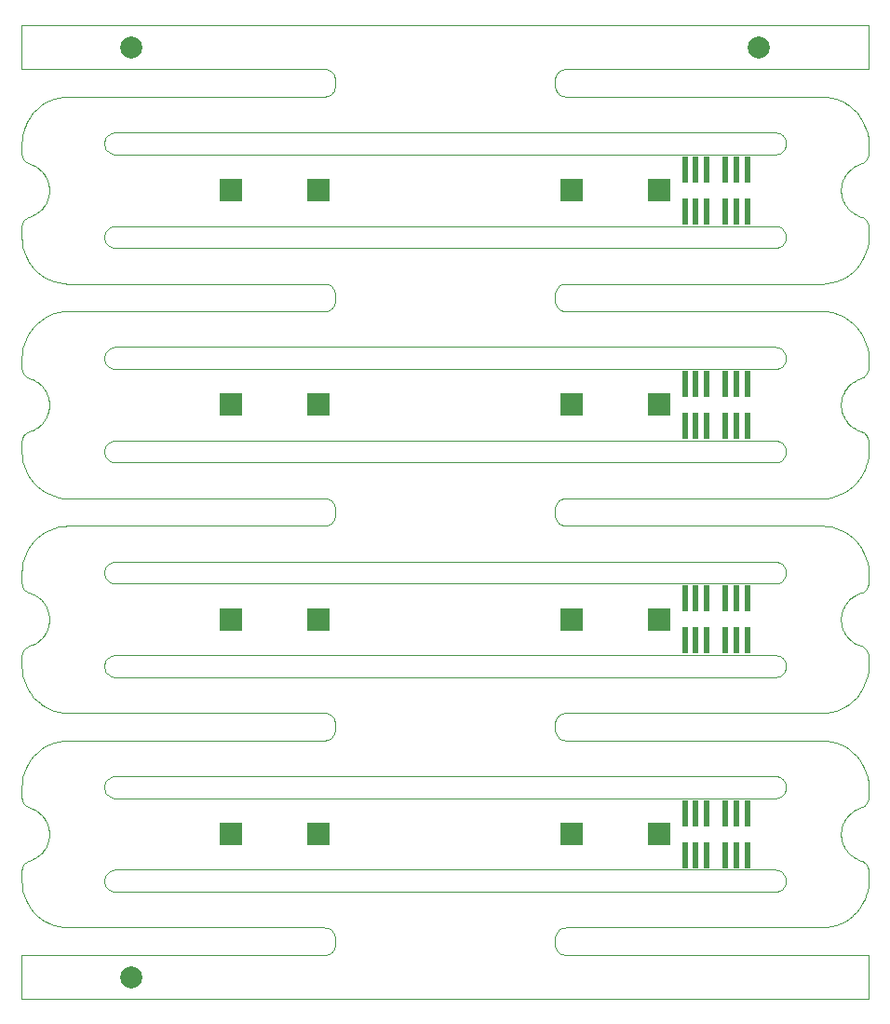
<source format=gbr>
G04 #@! TF.GenerationSoftware,KiCad,Pcbnew,5.1.5+dfsg1-2build2*
G04 #@! TF.CreationDate,2021-10-10T04:01:29+00:00*
G04 #@! TF.ProjectId,base_3.3,62617365-5f33-42e3-932e-6b696361645f,rev?*
G04 #@! TF.SameCoordinates,Original*
G04 #@! TF.FileFunction,Soldermask,Top*
G04 #@! TF.FilePolarity,Negative*
%FSLAX46Y46*%
G04 Gerber Fmt 4.6, Leading zero omitted, Abs format (unit mm)*
G04 Created by KiCad (PCBNEW 5.1.5+dfsg1-2build2) date 2021-10-10 04:01:29*
%MOMM*%
%LPD*%
G04 APERTURE LIST*
G04 #@! TA.AperFunction,Profile*
%ADD10C,0.100000*%
G04 #@! TD*
%ADD11C,2.000000*%
%ADD12R,0.560000X2.400000*%
%ADD13R,2.000000X2.000000*%
G04 APERTURE END LIST*
D10*
X118749900Y-102715900D02*
X118651100Y-102736200D01*
X118846400Y-102685700D02*
X118749900Y-102715900D01*
X118939300Y-102645900D02*
X118846400Y-102685700D01*
X119027600Y-102596800D02*
X118939300Y-102645900D01*
X119110800Y-102538900D02*
X119027600Y-102596800D01*
X119187500Y-102473100D02*
X119110800Y-102538900D01*
X119257100Y-102399800D02*
X119187500Y-102473100D01*
X119319000Y-102319900D02*
X119257100Y-102399800D01*
X119372400Y-102234100D02*
X119319000Y-102319900D01*
X119416900Y-102143400D02*
X119372400Y-102234100D01*
X119452000Y-102048600D02*
X119416900Y-102143400D01*
X119477300Y-101950700D02*
X119452000Y-102048600D01*
X119492600Y-101850800D02*
X119477300Y-101950700D01*
X119497700Y-101749900D02*
X119492600Y-101850800D01*
X119492600Y-101649200D02*
X119497700Y-101749900D01*
X119477300Y-101549300D02*
X119492600Y-101649200D01*
X119452000Y-101451500D02*
X119477300Y-101549300D01*
X119416900Y-101356700D02*
X119452000Y-101451500D01*
X119372400Y-101266000D02*
X119416900Y-101356700D01*
X119319000Y-101180200D02*
X119372400Y-101266000D01*
X119257100Y-101100300D02*
X119319000Y-101180200D01*
X119187300Y-101026800D02*
X119257100Y-101100300D01*
X119110600Y-100961000D02*
X119187300Y-101026800D01*
X119027600Y-100903300D02*
X119110600Y-100961000D01*
X118939300Y-100854200D02*
X119027600Y-100903300D01*
X118846600Y-100814500D02*
X118939300Y-100854200D01*
X118750200Y-100784200D02*
X118846600Y-100814500D01*
X118651200Y-100763800D02*
X118750200Y-100784200D01*
X118550700Y-100753600D02*
X118651200Y-100763800D01*
X118474800Y-100751000D02*
X118550700Y-100753600D01*
X58525400Y-100751000D02*
X118474800Y-100751000D01*
X58449200Y-100753600D02*
X58525400Y-100751000D01*
X58348800Y-100763800D02*
X58449200Y-100753600D01*
X58249800Y-100784200D02*
X58348800Y-100763800D01*
X58153400Y-100814500D02*
X58249800Y-100784200D01*
X58060500Y-100854300D02*
X58153400Y-100814500D01*
X57972100Y-100903400D02*
X58060500Y-100854300D01*
X57889200Y-100961100D02*
X57972100Y-100903400D01*
X57812500Y-101027000D02*
X57889200Y-100961100D01*
X57742900Y-101100300D02*
X57812500Y-101027000D01*
X57681000Y-101180200D02*
X57742900Y-101100300D01*
X57627600Y-101266000D02*
X57681000Y-101180200D01*
X57583100Y-101356700D02*
X57627600Y-101266000D01*
X57548100Y-101451200D02*
X57583100Y-101356700D01*
X57522700Y-101549100D02*
X57548100Y-101451200D01*
X57507400Y-101649000D02*
X57522700Y-101549100D01*
X57502300Y-101749900D02*
X57507400Y-101649000D01*
X57507400Y-101850800D02*
X57502300Y-101749900D01*
X57522700Y-101950700D02*
X57507400Y-101850800D01*
X57548000Y-102048600D02*
X57522700Y-101950700D01*
X57583100Y-102143400D02*
X57548000Y-102048600D01*
X57627600Y-102234100D02*
X57583100Y-102143400D01*
X57681000Y-102319900D02*
X57627600Y-102234100D01*
X57742900Y-102399800D02*
X57681000Y-102319900D01*
X57812500Y-102473100D02*
X57742900Y-102399800D01*
X57889200Y-102538900D02*
X57812500Y-102473100D01*
X57972100Y-102596700D02*
X57889200Y-102538900D01*
X58060500Y-102645700D02*
X57972100Y-102596700D01*
X58153400Y-102685600D02*
X58060500Y-102645700D01*
X58249800Y-102715900D02*
X58153400Y-102685600D01*
X58348800Y-102736200D02*
X58249800Y-102715900D01*
X58449300Y-102746500D02*
X58348800Y-102736200D01*
X58525200Y-102749000D02*
X58449300Y-102746500D01*
X118474900Y-102749000D02*
X58525200Y-102749000D01*
X118550500Y-102746500D02*
X118474900Y-102749000D01*
X118651100Y-102736200D02*
X118550500Y-102746500D01*
X118749900Y-94215900D02*
X118651100Y-94236200D01*
X118846400Y-94185700D02*
X118749900Y-94215900D01*
X118939300Y-94145900D02*
X118846400Y-94185700D01*
X119027600Y-94096800D02*
X118939300Y-94145900D01*
X119110800Y-94038900D02*
X119027600Y-94096800D01*
X119187500Y-93973100D02*
X119110800Y-94038900D01*
X119257100Y-93899800D02*
X119187500Y-93973100D01*
X119319000Y-93819900D02*
X119257100Y-93899800D01*
X119372400Y-93734100D02*
X119319000Y-93819900D01*
X119416900Y-93643400D02*
X119372400Y-93734100D01*
X119452000Y-93548600D02*
X119416900Y-93643400D01*
X119477300Y-93450700D02*
X119452000Y-93548600D01*
X119492600Y-93350800D02*
X119477300Y-93450700D01*
X119497700Y-93249900D02*
X119492600Y-93350800D01*
X119492600Y-93149200D02*
X119497700Y-93249900D01*
X119477300Y-93049300D02*
X119492600Y-93149200D01*
X119452000Y-92951500D02*
X119477300Y-93049300D01*
X119416900Y-92856700D02*
X119452000Y-92951500D01*
X119372400Y-92766000D02*
X119416900Y-92856700D01*
X119319000Y-92680200D02*
X119372400Y-92766000D01*
X119257100Y-92600300D02*
X119319000Y-92680200D01*
X119187300Y-92526800D02*
X119257100Y-92600300D01*
X119110600Y-92461000D02*
X119187300Y-92526800D01*
X119027600Y-92403300D02*
X119110600Y-92461000D01*
X118939300Y-92354200D02*
X119027600Y-92403300D01*
X118846600Y-92314500D02*
X118939300Y-92354200D01*
X118750200Y-92284200D02*
X118846600Y-92314500D01*
X118651200Y-92263800D02*
X118750200Y-92284200D01*
X118550700Y-92253600D02*
X118651200Y-92263800D01*
X118474800Y-92251000D02*
X118550700Y-92253600D01*
X58525400Y-92251000D02*
X118474800Y-92251000D01*
X58449200Y-92253600D02*
X58525400Y-92251000D01*
X58348800Y-92263800D02*
X58449200Y-92253600D01*
X58249800Y-92284200D02*
X58348800Y-92263800D01*
X58153400Y-92314500D02*
X58249800Y-92284200D01*
X58060500Y-92354300D02*
X58153400Y-92314500D01*
X57972100Y-92403400D02*
X58060500Y-92354300D01*
X57889200Y-92461100D02*
X57972100Y-92403400D01*
X57812500Y-92527000D02*
X57889200Y-92461100D01*
X57742900Y-92600300D02*
X57812500Y-92527000D01*
X57681000Y-92680200D02*
X57742900Y-92600300D01*
X57627600Y-92766000D02*
X57681000Y-92680200D01*
X57583100Y-92856700D02*
X57627600Y-92766000D01*
X57548100Y-92951200D02*
X57583100Y-92856700D01*
X57522700Y-93049100D02*
X57548100Y-92951200D01*
X57507400Y-93149000D02*
X57522700Y-93049100D01*
X57502300Y-93249900D02*
X57507400Y-93149000D01*
X57507400Y-93350800D02*
X57502300Y-93249900D01*
X57522700Y-93450700D02*
X57507400Y-93350800D01*
X57548000Y-93548600D02*
X57522700Y-93450700D01*
X57583100Y-93643400D02*
X57548000Y-93548600D01*
X57627600Y-93734100D02*
X57583100Y-93643400D01*
X57681000Y-93819900D02*
X57627600Y-93734100D01*
X57742900Y-93899800D02*
X57681000Y-93819900D01*
X57812500Y-93973100D02*
X57742900Y-93899800D01*
X57889200Y-94038900D02*
X57812500Y-93973100D01*
X57972100Y-94096700D02*
X57889200Y-94038900D01*
X58060500Y-94145700D02*
X57972100Y-94096700D01*
X58153400Y-94185600D02*
X58060500Y-94145700D01*
X58249800Y-94215900D02*
X58153400Y-94185600D01*
X58348800Y-94236200D02*
X58249800Y-94215900D01*
X58449300Y-94246500D02*
X58348800Y-94236200D01*
X58525200Y-94249000D02*
X58449300Y-94246500D01*
X118474900Y-94249000D02*
X58525200Y-94249000D01*
X118550500Y-94246500D02*
X118474900Y-94249000D01*
X118651100Y-94236200D02*
X118550500Y-94246500D01*
X118749900Y-83215900D02*
X118651000Y-83236200D01*
X118846400Y-83185700D02*
X118749900Y-83215900D01*
X118939300Y-83145800D02*
X118846400Y-83185700D01*
X119027600Y-83096800D02*
X118939300Y-83145800D01*
X119110800Y-83038900D02*
X119027600Y-83096800D01*
X119187500Y-82973100D02*
X119110800Y-83038900D01*
X119257100Y-82899800D02*
X119187500Y-82973100D01*
X119319000Y-82819900D02*
X119257100Y-82899800D01*
X119372400Y-82734100D02*
X119319000Y-82819900D01*
X119416900Y-82643300D02*
X119372400Y-82734100D01*
X119452000Y-82548600D02*
X119416900Y-82643300D01*
X119477300Y-82450700D02*
X119452000Y-82548600D01*
X119492600Y-82350800D02*
X119477300Y-82450700D01*
X119497700Y-82249900D02*
X119492600Y-82350800D01*
X119492600Y-82149200D02*
X119497700Y-82249900D01*
X119477300Y-82049300D02*
X119492600Y-82149200D01*
X119452000Y-81951500D02*
X119477300Y-82049300D01*
X119416900Y-81856700D02*
X119452000Y-81951500D01*
X119372400Y-81765900D02*
X119416900Y-81856700D01*
X119319000Y-81680200D02*
X119372400Y-81765900D01*
X119257100Y-81600200D02*
X119319000Y-81680200D01*
X119187300Y-81526800D02*
X119257100Y-81600200D01*
X119110600Y-81461000D02*
X119187300Y-81526800D01*
X119027600Y-81403200D02*
X119110600Y-81461000D01*
X118939300Y-81354200D02*
X119027600Y-81403200D01*
X118846600Y-81314500D02*
X118939300Y-81354200D01*
X118750200Y-81284200D02*
X118846600Y-81314500D01*
X118651200Y-81263800D02*
X118750200Y-81284200D01*
X118550700Y-81253600D02*
X118651200Y-81263800D01*
X118474800Y-81251000D02*
X118550700Y-81253600D01*
X58525300Y-81251000D02*
X118474800Y-81251000D01*
X58449200Y-81253600D02*
X58525300Y-81251000D01*
X58348800Y-81263800D02*
X58449200Y-81253600D01*
X58249800Y-81284200D02*
X58348800Y-81263800D01*
X58153400Y-81314500D02*
X58249800Y-81284200D01*
X58060500Y-81354300D02*
X58153400Y-81314500D01*
X57972100Y-81403400D02*
X58060500Y-81354300D01*
X57889200Y-81461100D02*
X57972100Y-81403400D01*
X57812500Y-81527000D02*
X57889200Y-81461100D01*
X57742900Y-81600200D02*
X57812500Y-81527000D01*
X57681000Y-81680200D02*
X57742900Y-81600200D01*
X57627600Y-81765900D02*
X57681000Y-81680200D01*
X57583100Y-81856700D02*
X57627600Y-81765900D01*
X57548100Y-81951200D02*
X57583100Y-81856700D01*
X57522700Y-82049000D02*
X57548100Y-81951200D01*
X57507400Y-82148900D02*
X57522700Y-82049000D01*
X57502300Y-82249900D02*
X57507400Y-82148900D01*
X57507400Y-82350800D02*
X57502300Y-82249900D01*
X57522700Y-82450700D02*
X57507400Y-82350800D01*
X57548000Y-82548600D02*
X57522700Y-82450700D01*
X57583100Y-82643300D02*
X57548000Y-82548600D01*
X57627600Y-82734100D02*
X57583100Y-82643300D01*
X57681000Y-82819900D02*
X57627600Y-82734100D01*
X57742900Y-82899800D02*
X57681000Y-82819900D01*
X57812500Y-82973100D02*
X57742900Y-82899800D01*
X57889200Y-83038900D02*
X57812500Y-82973100D01*
X57972100Y-83096700D02*
X57889200Y-83038900D01*
X58060500Y-83145700D02*
X57972100Y-83096700D01*
X58153400Y-83185600D02*
X58060500Y-83145700D01*
X58249800Y-83215800D02*
X58153400Y-83185600D01*
X58348800Y-83236200D02*
X58249800Y-83215800D01*
X58449300Y-83246400D02*
X58348800Y-83236200D01*
X58525200Y-83249000D02*
X58449300Y-83246400D01*
X118474800Y-83249000D02*
X58525200Y-83249000D01*
X118550600Y-83246400D02*
X118474800Y-83249000D01*
X118651000Y-83236200D02*
X118550600Y-83246400D01*
X118749900Y-74715900D02*
X118651000Y-74736200D01*
X118846400Y-74685700D02*
X118749900Y-74715900D01*
X118939300Y-74645800D02*
X118846400Y-74685700D01*
X119027600Y-74596800D02*
X118939300Y-74645800D01*
X119110800Y-74538900D02*
X119027600Y-74596800D01*
X119187500Y-74473100D02*
X119110800Y-74538900D01*
X119257100Y-74399800D02*
X119187500Y-74473100D01*
X119319000Y-74319900D02*
X119257100Y-74399800D01*
X119372400Y-74234100D02*
X119319000Y-74319900D01*
X119416900Y-74143300D02*
X119372400Y-74234100D01*
X119452000Y-74048600D02*
X119416900Y-74143300D01*
X119477300Y-73950700D02*
X119452000Y-74048600D01*
X119492600Y-73850800D02*
X119477300Y-73950700D01*
X119497700Y-73749900D02*
X119492600Y-73850800D01*
X119492600Y-73649200D02*
X119497700Y-73749900D01*
X119477300Y-73549300D02*
X119492600Y-73649200D01*
X119452000Y-73451500D02*
X119477300Y-73549300D01*
X119416900Y-73356700D02*
X119452000Y-73451500D01*
X119372400Y-73265900D02*
X119416900Y-73356700D01*
X119319000Y-73180200D02*
X119372400Y-73265900D01*
X119257100Y-73100200D02*
X119319000Y-73180200D01*
X119187300Y-73026800D02*
X119257100Y-73100200D01*
X119110600Y-72961000D02*
X119187300Y-73026800D01*
X119027600Y-72903200D02*
X119110600Y-72961000D01*
X118939300Y-72854200D02*
X119027600Y-72903200D01*
X118846600Y-72814500D02*
X118939300Y-72854200D01*
X118750200Y-72784200D02*
X118846600Y-72814500D01*
X118651200Y-72763800D02*
X118750200Y-72784200D01*
X118550700Y-72753600D02*
X118651200Y-72763800D01*
X118474800Y-72751000D02*
X118550700Y-72753600D01*
X58525300Y-72751000D02*
X118474800Y-72751000D01*
X58449200Y-72753600D02*
X58525300Y-72751000D01*
X58348800Y-72763800D02*
X58449200Y-72753600D01*
X58249800Y-72784200D02*
X58348800Y-72763800D01*
X58153400Y-72814500D02*
X58249800Y-72784200D01*
X58060500Y-72854300D02*
X58153400Y-72814500D01*
X57972100Y-72903400D02*
X58060500Y-72854300D01*
X57889200Y-72961100D02*
X57972100Y-72903400D01*
X57812500Y-73027000D02*
X57889200Y-72961100D01*
X57742900Y-73100200D02*
X57812500Y-73027000D01*
X57681000Y-73180200D02*
X57742900Y-73100200D01*
X57627600Y-73265900D02*
X57681000Y-73180200D01*
X57583100Y-73356700D02*
X57627600Y-73265900D01*
X57548100Y-73451200D02*
X57583100Y-73356700D01*
X57522700Y-73549000D02*
X57548100Y-73451200D01*
X57507400Y-73648900D02*
X57522700Y-73549000D01*
X57502300Y-73749900D02*
X57507400Y-73648900D01*
X57507400Y-73850800D02*
X57502300Y-73749900D01*
X57522700Y-73950700D02*
X57507400Y-73850800D01*
X57548000Y-74048600D02*
X57522700Y-73950700D01*
X57583100Y-74143300D02*
X57548000Y-74048600D01*
X57627600Y-74234100D02*
X57583100Y-74143300D01*
X57681000Y-74319900D02*
X57627600Y-74234100D01*
X57742900Y-74399800D02*
X57681000Y-74319900D01*
X57812500Y-74473100D02*
X57742900Y-74399800D01*
X57889200Y-74538900D02*
X57812500Y-74473100D01*
X57972100Y-74596700D02*
X57889200Y-74538900D01*
X58060500Y-74645700D02*
X57972100Y-74596700D01*
X58153400Y-74685600D02*
X58060500Y-74645700D01*
X58249800Y-74715800D02*
X58153400Y-74685600D01*
X58348800Y-74736200D02*
X58249800Y-74715800D01*
X58449300Y-74746400D02*
X58348800Y-74736200D01*
X58525200Y-74749000D02*
X58449300Y-74746400D01*
X118474800Y-74749000D02*
X58525200Y-74749000D01*
X118550600Y-74746400D02*
X118474800Y-74749000D01*
X118651000Y-74736200D02*
X118550600Y-74746400D01*
X118749900Y-63715900D02*
X118651000Y-63736200D01*
X118846400Y-63685700D02*
X118749900Y-63715900D01*
X118939300Y-63645800D02*
X118846400Y-63685700D01*
X119027600Y-63596800D02*
X118939300Y-63645800D01*
X119110600Y-63539100D02*
X119027600Y-63596800D01*
X119187300Y-63473200D02*
X119110600Y-63539100D01*
X119257100Y-63399800D02*
X119187300Y-63473200D01*
X119319000Y-63319900D02*
X119257100Y-63399800D01*
X119372300Y-63234300D02*
X119319000Y-63319900D01*
X119416800Y-63143600D02*
X119372300Y-63234300D01*
X119451900Y-63048800D02*
X119416800Y-63143600D01*
X119477300Y-62951000D02*
X119451900Y-63048800D01*
X119492600Y-62851100D02*
X119477300Y-62951000D01*
X119497700Y-62750100D02*
X119492600Y-62851100D01*
X119492600Y-62649200D02*
X119497700Y-62750100D01*
X119477300Y-62549300D02*
X119492600Y-62649200D01*
X119452000Y-62451500D02*
X119477300Y-62549300D01*
X119416900Y-62356700D02*
X119452000Y-62451500D01*
X119372400Y-62265900D02*
X119416900Y-62356700D01*
X119319000Y-62180200D02*
X119372400Y-62265900D01*
X119257100Y-62100200D02*
X119319000Y-62180200D01*
X119187300Y-62026800D02*
X119257100Y-62100200D01*
X119110600Y-61960900D02*
X119187300Y-62026800D01*
X119027900Y-61903400D02*
X119110600Y-61960900D01*
X118939500Y-61854300D02*
X119027900Y-61903400D01*
X118846600Y-61814400D02*
X118939500Y-61854300D01*
X118750200Y-61784200D02*
X118846600Y-61814400D01*
X118651200Y-61763800D02*
X118750200Y-61784200D01*
X118550700Y-61753600D02*
X118651200Y-61763800D01*
X118474800Y-61751000D02*
X118550700Y-61753600D01*
X58525200Y-61751000D02*
X118474800Y-61751000D01*
X58449300Y-61753600D02*
X58525200Y-61751000D01*
X58348800Y-61763800D02*
X58449300Y-61753600D01*
X58249800Y-61784200D02*
X58348800Y-61763800D01*
X58153400Y-61814400D02*
X58249800Y-61784200D01*
X58060500Y-61854300D02*
X58153400Y-61814400D01*
X57972100Y-61903400D02*
X58060500Y-61854300D01*
X57889200Y-61961100D02*
X57972100Y-61903400D01*
X57812500Y-62027000D02*
X57889200Y-61961100D01*
X57742900Y-62100200D02*
X57812500Y-62027000D01*
X57681000Y-62180200D02*
X57742900Y-62100200D01*
X57627600Y-62265900D02*
X57681000Y-62180200D01*
X57583100Y-62356700D02*
X57627600Y-62265900D01*
X57548000Y-62451500D02*
X57583100Y-62356700D01*
X57522700Y-62549000D02*
X57548000Y-62451500D01*
X57507400Y-62648900D02*
X57522700Y-62549000D01*
X57502300Y-62749900D02*
X57507400Y-62648900D01*
X57507400Y-62850800D02*
X57502300Y-62749900D01*
X57522700Y-62950700D02*
X57507400Y-62850800D01*
X57548000Y-63048500D02*
X57522700Y-62950700D01*
X57583100Y-63143300D02*
X57548000Y-63048500D01*
X57627600Y-63234100D02*
X57583100Y-63143300D01*
X57681000Y-63319900D02*
X57627600Y-63234100D01*
X57742900Y-63399800D02*
X57681000Y-63319900D01*
X57812500Y-63473000D02*
X57742900Y-63399800D01*
X57889200Y-63538900D02*
X57812500Y-63473000D01*
X57972100Y-63596600D02*
X57889200Y-63538900D01*
X58060500Y-63645700D02*
X57972100Y-63596600D01*
X58153400Y-63685600D02*
X58060500Y-63645700D01*
X58249800Y-63715800D02*
X58153400Y-63685600D01*
X58348800Y-63736200D02*
X58249800Y-63715800D01*
X58449300Y-63746400D02*
X58348800Y-63736200D01*
X58525200Y-63749000D02*
X58449300Y-63746400D01*
X118474800Y-63749000D02*
X58525200Y-63749000D01*
X118550700Y-63746400D02*
X118474800Y-63749000D01*
X118651000Y-63736200D02*
X118550700Y-63746400D01*
X118749900Y-55215900D02*
X118651000Y-55236200D01*
X118846400Y-55185700D02*
X118749900Y-55215900D01*
X118939300Y-55145800D02*
X118846400Y-55185700D01*
X119027600Y-55096800D02*
X118939300Y-55145800D01*
X119110600Y-55039100D02*
X119027600Y-55096800D01*
X119187300Y-54973200D02*
X119110600Y-55039100D01*
X119257100Y-54899800D02*
X119187300Y-54973200D01*
X119319000Y-54819900D02*
X119257100Y-54899800D01*
X119372300Y-54734300D02*
X119319000Y-54819900D01*
X119416800Y-54643600D02*
X119372300Y-54734300D01*
X119451900Y-54548800D02*
X119416800Y-54643600D01*
X119477300Y-54451000D02*
X119451900Y-54548800D01*
X119492600Y-54351100D02*
X119477300Y-54451000D01*
X119497700Y-54250100D02*
X119492600Y-54351100D01*
X119492600Y-54149200D02*
X119497700Y-54250100D01*
X119477300Y-54049300D02*
X119492600Y-54149200D01*
X119452000Y-53951500D02*
X119477300Y-54049300D01*
X119416900Y-53856700D02*
X119452000Y-53951500D01*
X119372400Y-53765900D02*
X119416900Y-53856700D01*
X119319000Y-53680200D02*
X119372400Y-53765900D01*
X119257100Y-53600200D02*
X119319000Y-53680200D01*
X119187300Y-53526800D02*
X119257100Y-53600200D01*
X119110600Y-53460900D02*
X119187300Y-53526800D01*
X119027900Y-53403400D02*
X119110600Y-53460900D01*
X118939500Y-53354300D02*
X119027900Y-53403400D01*
X118846600Y-53314400D02*
X118939500Y-53354300D01*
X118750200Y-53284200D02*
X118846600Y-53314400D01*
X118651200Y-53263800D02*
X118750200Y-53284200D01*
X118550700Y-53253600D02*
X118651200Y-53263800D01*
X118474800Y-53251000D02*
X118550700Y-53253600D01*
X58525200Y-53251000D02*
X118474800Y-53251000D01*
X58449300Y-53253600D02*
X58525200Y-53251000D01*
X58348800Y-53263800D02*
X58449300Y-53253600D01*
X58249800Y-53284200D02*
X58348800Y-53263800D01*
X58153400Y-53314400D02*
X58249800Y-53284200D01*
X58060500Y-53354300D02*
X58153400Y-53314400D01*
X57972100Y-53403400D02*
X58060500Y-53354300D01*
X57889200Y-53461100D02*
X57972100Y-53403400D01*
X57812500Y-53527000D02*
X57889200Y-53461100D01*
X57742900Y-53600200D02*
X57812500Y-53527000D01*
X57681000Y-53680200D02*
X57742900Y-53600200D01*
X57627600Y-53765900D02*
X57681000Y-53680200D01*
X57583100Y-53856700D02*
X57627600Y-53765900D01*
X57548000Y-53951500D02*
X57583100Y-53856700D01*
X57522700Y-54049000D02*
X57548000Y-53951500D01*
X57507400Y-54148900D02*
X57522700Y-54049000D01*
X57502300Y-54249900D02*
X57507400Y-54148900D01*
X57507400Y-54350800D02*
X57502300Y-54249900D01*
X57522700Y-54450700D02*
X57507400Y-54350800D01*
X57548000Y-54548500D02*
X57522700Y-54450700D01*
X57583100Y-54643300D02*
X57548000Y-54548500D01*
X57627600Y-54734100D02*
X57583100Y-54643300D01*
X57681000Y-54819900D02*
X57627600Y-54734100D01*
X57742900Y-54899800D02*
X57681000Y-54819900D01*
X57812500Y-54973000D02*
X57742900Y-54899800D01*
X57889200Y-55038900D02*
X57812500Y-54973000D01*
X57972100Y-55096600D02*
X57889200Y-55038900D01*
X58060500Y-55145700D02*
X57972100Y-55096600D01*
X58153400Y-55185600D02*
X58060500Y-55145700D01*
X58249800Y-55215800D02*
X58153400Y-55185600D01*
X58348800Y-55236200D02*
X58249800Y-55215800D01*
X58449300Y-55246400D02*
X58348800Y-55236200D01*
X58525200Y-55249000D02*
X58449300Y-55246400D01*
X118474800Y-55249000D02*
X58525200Y-55249000D01*
X118550700Y-55246400D02*
X118474800Y-55249000D01*
X118651000Y-55236200D02*
X118550700Y-55246400D01*
X118750200Y-122215900D02*
X118650700Y-122236300D01*
X118846600Y-122185600D02*
X118750200Y-122215900D01*
X118939500Y-122145700D02*
X118846600Y-122185600D01*
X119027900Y-122096700D02*
X118939500Y-122145700D01*
X119110800Y-122038900D02*
X119027900Y-122096700D01*
X119187500Y-121973100D02*
X119110800Y-122038900D01*
X119257100Y-121899800D02*
X119187500Y-121973100D01*
X119319000Y-121819900D02*
X119257100Y-121899800D01*
X119372400Y-121734100D02*
X119319000Y-121819900D01*
X119416900Y-121643400D02*
X119372400Y-121734100D01*
X119452000Y-121548600D02*
X119416900Y-121643400D01*
X119477300Y-121450800D02*
X119452000Y-121548600D01*
X119492600Y-121350900D02*
X119477300Y-121450800D01*
X119497700Y-121249900D02*
X119492600Y-121350900D01*
X119492600Y-121149300D02*
X119497700Y-121249900D01*
X119477300Y-121049300D02*
X119492600Y-121149300D01*
X119452000Y-120951500D02*
X119477300Y-121049300D01*
X119416900Y-120856700D02*
X119452000Y-120951500D01*
X119372400Y-120766000D02*
X119416900Y-120856700D01*
X119319000Y-120680200D02*
X119372400Y-120766000D01*
X119257100Y-120600300D02*
X119319000Y-120680200D01*
X119187300Y-120526800D02*
X119257100Y-120600300D01*
X119110600Y-120461000D02*
X119187300Y-120526800D01*
X119027600Y-120403300D02*
X119110600Y-120461000D01*
X118939300Y-120354200D02*
X119027600Y-120403300D01*
X118846600Y-120314500D02*
X118939300Y-120354200D01*
X118750200Y-120284200D02*
X118846600Y-120314500D01*
X118651200Y-120263900D02*
X118750200Y-120284200D01*
X118550700Y-120253600D02*
X118651200Y-120263900D01*
X118474800Y-120251100D02*
X118550700Y-120253600D01*
X58525000Y-120251100D02*
X118474800Y-120251100D01*
X58449600Y-120253600D02*
X58525000Y-120251100D01*
X58348800Y-120263900D02*
X58449600Y-120253600D01*
X58249800Y-120284200D02*
X58348800Y-120263900D01*
X58153400Y-120314500D02*
X58249800Y-120284200D01*
X58060500Y-120354400D02*
X58153400Y-120314500D01*
X57972100Y-120403400D02*
X58060500Y-120354400D01*
X57889200Y-120461200D02*
X57972100Y-120403400D01*
X57812500Y-120527000D02*
X57889200Y-120461200D01*
X57742900Y-120600300D02*
X57812500Y-120527000D01*
X57681000Y-120680200D02*
X57742900Y-120600300D01*
X57627600Y-120766000D02*
X57681000Y-120680200D01*
X57583100Y-120856700D02*
X57627600Y-120766000D01*
X57548100Y-120951200D02*
X57583100Y-120856700D01*
X57522700Y-121049100D02*
X57548100Y-120951200D01*
X57507400Y-121149000D02*
X57522700Y-121049100D01*
X57502300Y-121249900D02*
X57507400Y-121149000D01*
X57507400Y-121350900D02*
X57502300Y-121249900D01*
X57522700Y-121450800D02*
X57507400Y-121350900D01*
X57548000Y-121548600D02*
X57522700Y-121450800D01*
X57583100Y-121643400D02*
X57548000Y-121548600D01*
X57627600Y-121734100D02*
X57583100Y-121643400D01*
X57681000Y-121819900D02*
X57627600Y-121734100D01*
X57742900Y-121899800D02*
X57681000Y-121819900D01*
X57812500Y-121973100D02*
X57742900Y-121899800D01*
X57889200Y-122038900D02*
X57812500Y-121973100D01*
X57972100Y-122096700D02*
X57889200Y-122038900D01*
X58060500Y-122145700D02*
X57972100Y-122096700D01*
X58153400Y-122185600D02*
X58060500Y-122145700D01*
X58249800Y-122215900D02*
X58153400Y-122185600D01*
X58348800Y-122236200D02*
X58249800Y-122215900D01*
X58449300Y-122246500D02*
X58348800Y-122236200D01*
X58525200Y-122249100D02*
X58449300Y-122246500D01*
X118474500Y-122249100D02*
X58525200Y-122249100D01*
X118550900Y-122246500D02*
X118474500Y-122249100D01*
X118650700Y-122236300D02*
X118550900Y-122246500D01*
X118750200Y-113715900D02*
X118650700Y-113736300D01*
X118846600Y-113685600D02*
X118750200Y-113715900D01*
X118939500Y-113645700D02*
X118846600Y-113685600D01*
X119027900Y-113596700D02*
X118939500Y-113645700D01*
X119110800Y-113538900D02*
X119027900Y-113596700D01*
X119187500Y-113473100D02*
X119110800Y-113538900D01*
X119257100Y-113399800D02*
X119187500Y-113473100D01*
X119319000Y-113319900D02*
X119257100Y-113399800D01*
X119372400Y-113234100D02*
X119319000Y-113319900D01*
X119416900Y-113143400D02*
X119372400Y-113234100D01*
X119452000Y-113048600D02*
X119416900Y-113143400D01*
X119477300Y-112950800D02*
X119452000Y-113048600D01*
X119492600Y-112850900D02*
X119477300Y-112950800D01*
X119497700Y-112749900D02*
X119492600Y-112850900D01*
X119492600Y-112649300D02*
X119497700Y-112749900D01*
X119477300Y-112549300D02*
X119492600Y-112649300D01*
X119452000Y-112451500D02*
X119477300Y-112549300D01*
X119416900Y-112356700D02*
X119452000Y-112451500D01*
X119372400Y-112266000D02*
X119416900Y-112356700D01*
X119319000Y-112180200D02*
X119372400Y-112266000D01*
X119257100Y-112100300D02*
X119319000Y-112180200D01*
X119187300Y-112026800D02*
X119257100Y-112100300D01*
X119110600Y-111961000D02*
X119187300Y-112026800D01*
X119027600Y-111903300D02*
X119110600Y-111961000D01*
X118939300Y-111854200D02*
X119027600Y-111903300D01*
X118846600Y-111814500D02*
X118939300Y-111854200D01*
X118750200Y-111784200D02*
X118846600Y-111814500D01*
X118651200Y-111763900D02*
X118750200Y-111784200D01*
X118550700Y-111753600D02*
X118651200Y-111763900D01*
X118474800Y-111751100D02*
X118550700Y-111753600D01*
X58525000Y-111751100D02*
X118474800Y-111751100D01*
X58449600Y-111753600D02*
X58525000Y-111751100D01*
X58348800Y-111763900D02*
X58449600Y-111753600D01*
X58249800Y-111784200D02*
X58348800Y-111763900D01*
X58153400Y-111814500D02*
X58249800Y-111784200D01*
X58060500Y-111854400D02*
X58153400Y-111814500D01*
X57972100Y-111903400D02*
X58060500Y-111854400D01*
X57889200Y-111961200D02*
X57972100Y-111903400D01*
X57812500Y-112027000D02*
X57889200Y-111961200D01*
X57742900Y-112100300D02*
X57812500Y-112027000D01*
X57681000Y-112180200D02*
X57742900Y-112100300D01*
X57627600Y-112266000D02*
X57681000Y-112180200D01*
X57583100Y-112356700D02*
X57627600Y-112266000D01*
X57548100Y-112451200D02*
X57583100Y-112356700D01*
X57522700Y-112549100D02*
X57548100Y-112451200D01*
X57507400Y-112649000D02*
X57522700Y-112549100D01*
X57502300Y-112749900D02*
X57507400Y-112649000D01*
X57507400Y-112850900D02*
X57502300Y-112749900D01*
X57522700Y-112950800D02*
X57507400Y-112850900D01*
X57548000Y-113048600D02*
X57522700Y-112950800D01*
X57583100Y-113143400D02*
X57548000Y-113048600D01*
X57627600Y-113234100D02*
X57583100Y-113143400D01*
X57681000Y-113319900D02*
X57627600Y-113234100D01*
X57742900Y-113399800D02*
X57681000Y-113319900D01*
X57812500Y-113473100D02*
X57742900Y-113399800D01*
X57889200Y-113538900D02*
X57812500Y-113473100D01*
X57972100Y-113596700D02*
X57889200Y-113538900D01*
X58060500Y-113645700D02*
X57972100Y-113596700D01*
X58153400Y-113685600D02*
X58060500Y-113645700D01*
X58249800Y-113715900D02*
X58153400Y-113685600D01*
X58348800Y-113736200D02*
X58249800Y-113715900D01*
X58449300Y-113746500D02*
X58348800Y-113736200D01*
X58525200Y-113749100D02*
X58449300Y-113746500D01*
X118474500Y-113749100D02*
X58525200Y-113749100D01*
X118550900Y-113746500D02*
X118474500Y-113749100D01*
X118650700Y-113736300D02*
X118550900Y-113746500D01*
X126976500Y-43499000D02*
X50009200Y-43499700D01*
X126991800Y-43499800D02*
X126976500Y-43499000D01*
X126997700Y-43503000D02*
X126991800Y-43499800D01*
X127000200Y-43508200D02*
X126997700Y-43503000D01*
X127001000Y-43523500D02*
X127000200Y-43508200D01*
X127001000Y-47475500D02*
X127001000Y-43523500D01*
X126999700Y-47492700D02*
X127001000Y-47475500D01*
X126996300Y-47497400D02*
X126999700Y-47492700D01*
X126991800Y-47499200D02*
X126996300Y-47497400D01*
X99491300Y-47500000D02*
X126991800Y-47499200D01*
X99394000Y-47504800D02*
X99491300Y-47500000D01*
X99297900Y-47519000D02*
X99394000Y-47504800D01*
X99203600Y-47542600D02*
X99297900Y-47519000D01*
X99112200Y-47575400D02*
X99203600Y-47542600D01*
X99024300Y-47616900D02*
X99112200Y-47575400D01*
X98941000Y-47666900D02*
X99024300Y-47616900D01*
X98863000Y-47724700D02*
X98941000Y-47666900D01*
X98791000Y-47790000D02*
X98863000Y-47724700D01*
X98725700Y-47862000D02*
X98791000Y-47790000D01*
X98667900Y-47940000D02*
X98725700Y-47862000D01*
X98617900Y-48023300D02*
X98667900Y-47940000D01*
X98576400Y-48111100D02*
X98617900Y-48023300D01*
X98543700Y-48202600D02*
X98576400Y-48111100D01*
X98520000Y-48296900D02*
X98543700Y-48202600D01*
X98505800Y-48393000D02*
X98520000Y-48296900D01*
X98501000Y-48490200D02*
X98505800Y-48393000D01*
X98501000Y-49008800D02*
X98501000Y-48490200D01*
X98505800Y-49106000D02*
X98501000Y-49008800D01*
X98520000Y-49202100D02*
X98505800Y-49106000D01*
X98543700Y-49296400D02*
X98520000Y-49202100D01*
X98576400Y-49387900D02*
X98543700Y-49296400D01*
X98617900Y-49475700D02*
X98576400Y-49387900D01*
X98667900Y-49559000D02*
X98617900Y-49475700D01*
X98725700Y-49637000D02*
X98667900Y-49559000D01*
X98791000Y-49709000D02*
X98725700Y-49637000D01*
X98863000Y-49774300D02*
X98791000Y-49709000D01*
X98941000Y-49832100D02*
X98863000Y-49774300D01*
X99024300Y-49882100D02*
X98941000Y-49832100D01*
X99112200Y-49923600D02*
X99024300Y-49882100D01*
X99203600Y-49956400D02*
X99112200Y-49923600D01*
X99297900Y-49980000D02*
X99203600Y-49956400D01*
X99394000Y-49994200D02*
X99297900Y-49980000D01*
X99491300Y-49999000D02*
X99394000Y-49994200D01*
X122743400Y-49999000D02*
X99491300Y-49999000D01*
X123194100Y-50022600D02*
X122743400Y-49999000D01*
X123633500Y-50092200D02*
X123194100Y-50022600D01*
X124063300Y-50207300D02*
X123633500Y-50092200D01*
X124466700Y-50361800D02*
X124063300Y-50207300D01*
X124490700Y-50372500D02*
X124466700Y-50361800D01*
X124863800Y-50562500D02*
X124490700Y-50372500D01*
X124886500Y-50575700D02*
X124863800Y-50562500D01*
X125248700Y-50811300D02*
X124886500Y-50575700D01*
X125594100Y-51091000D02*
X125248700Y-50811300D01*
X125908700Y-51405600D02*
X125594100Y-51091000D01*
X126180800Y-51741100D02*
X125908700Y-51405600D01*
X126196300Y-51762300D02*
X126180800Y-51741100D01*
X126424300Y-52113500D02*
X126196300Y-51762300D01*
X126437400Y-52136200D02*
X126424300Y-52113500D01*
X126633300Y-52521400D02*
X126437400Y-52136200D01*
X126792500Y-52936300D02*
X126633300Y-52521400D01*
X126907700Y-53366000D02*
X126792500Y-52936300D01*
X126975700Y-53792600D02*
X126907700Y-53366000D01*
X126978400Y-53818800D02*
X126975700Y-53792600D01*
X127001000Y-54256500D02*
X126978400Y-53818800D01*
X127001000Y-55139700D02*
X127001000Y-54256500D01*
X126995900Y-55244100D02*
X127001000Y-55139700D01*
X126981400Y-55341600D02*
X126995900Y-55244100D01*
X126957200Y-55437700D02*
X126981400Y-55341600D01*
X126923900Y-55530500D02*
X126957200Y-55437700D01*
X126887300Y-55608200D02*
X126923900Y-55530500D01*
X126875600Y-55630000D02*
X126887300Y-55608200D01*
X126823700Y-55713800D02*
X126875600Y-55630000D01*
X126772100Y-55782500D02*
X126823700Y-55713800D01*
X126714100Y-55846600D02*
X126772100Y-55782500D01*
X126696500Y-55864100D02*
X126714100Y-55846600D01*
X126632400Y-55921400D02*
X126696500Y-55864100D01*
X126562800Y-55973000D02*
X126632400Y-55921400D01*
X126468400Y-56030200D02*
X126562800Y-55973000D01*
X126379100Y-56072000D02*
X126468400Y-56030200D01*
X126100100Y-56170700D02*
X126379100Y-56072000D01*
X126009400Y-56207800D02*
X126100100Y-56170700D01*
X125875300Y-56270600D02*
X126009400Y-56207800D01*
X125788700Y-56316400D02*
X125875300Y-56270600D01*
X125661400Y-56392000D02*
X125788700Y-56316400D01*
X125579800Y-56446200D02*
X125661400Y-56392000D01*
X125460600Y-56533900D02*
X125579800Y-56446200D01*
X125384600Y-56595900D02*
X125460600Y-56533900D01*
X125274600Y-56694900D02*
X125384600Y-56595900D01*
X125205100Y-56764000D02*
X125274600Y-56694900D01*
X125105400Y-56873400D02*
X125205100Y-56764000D01*
X125043000Y-56949000D02*
X125105400Y-56873400D01*
X124954500Y-57067700D02*
X125043000Y-56949000D01*
X124899900Y-57149100D02*
X124954500Y-57067700D01*
X124823600Y-57275900D02*
X124899900Y-57149100D01*
X124777200Y-57362300D02*
X124823600Y-57275900D01*
X124713700Y-57496000D02*
X124777200Y-57362300D01*
X124676000Y-57586500D02*
X124713700Y-57496000D01*
X124626000Y-57725800D02*
X124676000Y-57586500D01*
X124597400Y-57819500D02*
X124626000Y-57725800D01*
X124561300Y-57963100D02*
X124597400Y-57819500D01*
X124542200Y-58059200D02*
X124561300Y-57963100D01*
X124520400Y-58205600D02*
X124542200Y-58059200D01*
X124510700Y-58303100D02*
X124520400Y-58205600D01*
X124503400Y-58451000D02*
X124510700Y-58303100D01*
X124503400Y-58549000D02*
X124503400Y-58451000D01*
X124510700Y-58696900D02*
X124503400Y-58549000D01*
X124520400Y-58794400D02*
X124510700Y-58696900D01*
X124542200Y-58940800D02*
X124520400Y-58794400D01*
X124561300Y-59036900D02*
X124542200Y-58940800D01*
X124597400Y-59180500D02*
X124561300Y-59036900D01*
X124626000Y-59274200D02*
X124597400Y-59180500D01*
X124676000Y-59413500D02*
X124626000Y-59274200D01*
X124713700Y-59504000D02*
X124676000Y-59413500D01*
X124777200Y-59637700D02*
X124713700Y-59504000D01*
X124823600Y-59724100D02*
X124777200Y-59637700D01*
X124899900Y-59850900D02*
X124823600Y-59724100D01*
X124954500Y-59932300D02*
X124899900Y-59850900D01*
X125043000Y-60051000D02*
X124954500Y-59932300D01*
X125105400Y-60126600D02*
X125043000Y-60051000D01*
X125205100Y-60236000D02*
X125105400Y-60126600D01*
X125274600Y-60305100D02*
X125205100Y-60236000D01*
X125384600Y-60404100D02*
X125274600Y-60305100D01*
X125460600Y-60466100D02*
X125384600Y-60404100D01*
X125579800Y-60553800D02*
X125460600Y-60466100D01*
X125661500Y-60608000D02*
X125579800Y-60553800D01*
X125788700Y-60683600D02*
X125661500Y-60608000D01*
X125875300Y-60729500D02*
X125788700Y-60683600D01*
X126009400Y-60792200D02*
X125875300Y-60729500D01*
X126100100Y-60829300D02*
X126009400Y-60792200D01*
X126378700Y-60927800D02*
X126100100Y-60829300D01*
X126457100Y-60964100D02*
X126378700Y-60927800D01*
X126478900Y-60975700D02*
X126457100Y-60964100D01*
X126552700Y-61019900D02*
X126478900Y-60975700D01*
X126622500Y-61070900D02*
X126552700Y-61019900D01*
X126641700Y-61086500D02*
X126622500Y-61070900D01*
X126705400Y-61144300D02*
X126641700Y-61086500D01*
X126763800Y-61207900D02*
X126705400Y-61144300D01*
X126779400Y-61226800D02*
X126763800Y-61207900D01*
X126837500Y-61306700D02*
X126779400Y-61226800D01*
X126881600Y-61380600D02*
X126837500Y-61306700D01*
X126918900Y-61458500D02*
X126881600Y-61380600D01*
X126928400Y-61481300D02*
X126918900Y-61458500D01*
X126960600Y-61574500D02*
X126928400Y-61481300D01*
X126981400Y-61658400D02*
X126960600Y-61574500D01*
X126996700Y-61767700D02*
X126981400Y-61658400D01*
X127001000Y-61860300D02*
X126996700Y-61767700D01*
X127001000Y-62743400D02*
X127001000Y-61860300D01*
X126977400Y-63194100D02*
X127001000Y-62743400D01*
X126907800Y-63633500D02*
X126977400Y-63194100D01*
X126792700Y-64063300D02*
X126907800Y-63633500D01*
X126633000Y-64479200D02*
X126792700Y-64063300D01*
X126431000Y-64875600D02*
X126633000Y-64479200D01*
X126196300Y-65237600D02*
X126431000Y-64875600D01*
X126180900Y-65258900D02*
X126196300Y-65237600D01*
X125917400Y-65584200D02*
X126180900Y-65258900D01*
X125899800Y-65603800D02*
X125917400Y-65584200D01*
X125594400Y-65908700D02*
X125899800Y-65603800D01*
X125258900Y-66180800D02*
X125594400Y-65908700D01*
X125237700Y-66196300D02*
X125258900Y-66180800D01*
X124875500Y-66431100D02*
X125237700Y-66196300D01*
X124490500Y-66627600D02*
X124875500Y-66431100D01*
X124466800Y-66638200D02*
X124490500Y-66627600D01*
X124063700Y-66792500D02*
X124466800Y-66638200D01*
X123634000Y-66907700D02*
X124063700Y-66792500D01*
X123194500Y-66977300D02*
X123634000Y-66907700D01*
X122749900Y-67000900D02*
X123194500Y-66977300D01*
X99491300Y-67001000D02*
X122749900Y-67000900D01*
X99394000Y-67005800D02*
X99491300Y-67001000D01*
X99297900Y-67020000D02*
X99394000Y-67005800D01*
X99203600Y-67043600D02*
X99297900Y-67020000D01*
X99112200Y-67076400D02*
X99203600Y-67043600D01*
X99024300Y-67117900D02*
X99112200Y-67076400D01*
X98941000Y-67167900D02*
X99024300Y-67117900D01*
X98863000Y-67225700D02*
X98941000Y-67167900D01*
X98791000Y-67291000D02*
X98863000Y-67225700D01*
X98725700Y-67363000D02*
X98791000Y-67291000D01*
X98667900Y-67441000D02*
X98725700Y-67363000D01*
X98617900Y-67524300D02*
X98667900Y-67441000D01*
X98576400Y-67612100D02*
X98617900Y-67524300D01*
X98543700Y-67703600D02*
X98576400Y-67612100D01*
X98520000Y-67797900D02*
X98543700Y-67703600D01*
X98505800Y-67894000D02*
X98520000Y-67797900D01*
X98501000Y-67991200D02*
X98505800Y-67894000D01*
X98501000Y-68508800D02*
X98501000Y-67991200D01*
X98505800Y-68606000D02*
X98501000Y-68508800D01*
X98520000Y-68702100D02*
X98505800Y-68606000D01*
X98543700Y-68796400D02*
X98520000Y-68702100D01*
X98576400Y-68887900D02*
X98543700Y-68796400D01*
X98617900Y-68975700D02*
X98576400Y-68887900D01*
X98667900Y-69059000D02*
X98617900Y-68975700D01*
X98725700Y-69137000D02*
X98667900Y-69059000D01*
X98791000Y-69209000D02*
X98725700Y-69137000D01*
X98863000Y-69274300D02*
X98791000Y-69209000D01*
X98941000Y-69332200D02*
X98863000Y-69274300D01*
X99024300Y-69382100D02*
X98941000Y-69332200D01*
X99112200Y-69423600D02*
X99024300Y-69382100D01*
X99203600Y-69456400D02*
X99112200Y-69423600D01*
X99297900Y-69480000D02*
X99203600Y-69456400D01*
X99394000Y-69494200D02*
X99297900Y-69480000D01*
X99491300Y-69499000D02*
X99394000Y-69494200D01*
X122743400Y-69499000D02*
X99491300Y-69499000D01*
X123194600Y-69522700D02*
X122743400Y-69499000D01*
X123634000Y-69592300D02*
X123194600Y-69522700D01*
X124050900Y-69703700D02*
X123634000Y-69592300D01*
X124075900Y-69711800D02*
X124050900Y-69703700D01*
X124466700Y-69861800D02*
X124075900Y-69711800D01*
X124490700Y-69872500D02*
X124466700Y-69861800D01*
X124875100Y-70068700D02*
X124490700Y-69872500D01*
X125237600Y-70303700D02*
X124875100Y-70068700D01*
X125258900Y-70319200D02*
X125237600Y-70303700D01*
X125594100Y-70591000D02*
X125258900Y-70319200D01*
X125908700Y-70905600D02*
X125594100Y-70591000D01*
X126189000Y-71251800D02*
X125908700Y-70905600D01*
X126424300Y-71613500D02*
X126189000Y-71251800D01*
X126437400Y-71636200D02*
X126424300Y-71613500D01*
X126633300Y-72021400D02*
X126437400Y-71636200D01*
X126792500Y-72436300D02*
X126633300Y-72021400D01*
X126907700Y-72866000D02*
X126792500Y-72436300D01*
X126975700Y-73292700D02*
X126907700Y-72866000D01*
X126978400Y-73318800D02*
X126975700Y-73292700D01*
X127000900Y-73750100D02*
X126978400Y-73318800D01*
X127001000Y-74639900D02*
X127000900Y-73750100D01*
X126996800Y-74732000D02*
X127001000Y-74639900D01*
X126994300Y-74756600D02*
X126996800Y-74732000D01*
X126981300Y-74842100D02*
X126994300Y-74756600D01*
X126957300Y-74937200D02*
X126981300Y-74842100D01*
X126928400Y-75018700D02*
X126957300Y-74937200D01*
X126918900Y-75041500D02*
X126928400Y-75018700D01*
X126881500Y-75119500D02*
X126918900Y-75041500D01*
X126830900Y-75203500D02*
X126881500Y-75119500D01*
X126772100Y-75282600D02*
X126830900Y-75203500D01*
X126714100Y-75346600D02*
X126772100Y-75282600D01*
X126696500Y-75364100D02*
X126714100Y-75346600D01*
X126632100Y-75421700D02*
X126696500Y-75364100D01*
X126552700Y-75480100D02*
X126632100Y-75421700D01*
X126457300Y-75535800D02*
X126552700Y-75480100D01*
X126378600Y-75572200D02*
X126457300Y-75535800D01*
X126100100Y-75670700D02*
X126378600Y-75572200D01*
X126009400Y-75707800D02*
X126100100Y-75670700D01*
X125875300Y-75770600D02*
X126009400Y-75707800D01*
X125788700Y-75816400D02*
X125875300Y-75770600D01*
X125661400Y-75892000D02*
X125788700Y-75816400D01*
X125579800Y-75946200D02*
X125661400Y-75892000D01*
X125460600Y-76033900D02*
X125579800Y-75946200D01*
X125384600Y-76095900D02*
X125460600Y-76033900D01*
X125274600Y-76194900D02*
X125384600Y-76095900D01*
X125205100Y-76264000D02*
X125274600Y-76194900D01*
X125105400Y-76373400D02*
X125205100Y-76264000D01*
X125043000Y-76449000D02*
X125105400Y-76373400D01*
X124954500Y-76567700D02*
X125043000Y-76449000D01*
X124899900Y-76649100D02*
X124954500Y-76567700D01*
X124823600Y-76775900D02*
X124899900Y-76649100D01*
X124777200Y-76862300D02*
X124823600Y-76775900D01*
X124713700Y-76996000D02*
X124777200Y-76862300D01*
X124676000Y-77086500D02*
X124713700Y-76996000D01*
X124626000Y-77225800D02*
X124676000Y-77086500D01*
X124597400Y-77319500D02*
X124626000Y-77225800D01*
X124561300Y-77463100D02*
X124597400Y-77319500D01*
X124542200Y-77559200D02*
X124561300Y-77463100D01*
X124520400Y-77705600D02*
X124542200Y-77559200D01*
X124510700Y-77803200D02*
X124520400Y-77705600D01*
X124503400Y-77951000D02*
X124510700Y-77803200D01*
X124503400Y-78049000D02*
X124503400Y-77951000D01*
X124510700Y-78196900D02*
X124503400Y-78049000D01*
X124520400Y-78294400D02*
X124510700Y-78196900D01*
X124542200Y-78440800D02*
X124520400Y-78294400D01*
X124561300Y-78536900D02*
X124542200Y-78440800D01*
X124597400Y-78680500D02*
X124561300Y-78536900D01*
X124626000Y-78774200D02*
X124597400Y-78680500D01*
X124676000Y-78913600D02*
X124626000Y-78774200D01*
X124713700Y-79004100D02*
X124676000Y-78913600D01*
X124777200Y-79137800D02*
X124713700Y-79004100D01*
X124823600Y-79224100D02*
X124777200Y-79137800D01*
X124899900Y-79350900D02*
X124823600Y-79224100D01*
X124954500Y-79432300D02*
X124899900Y-79350900D01*
X125043000Y-79551000D02*
X124954500Y-79432300D01*
X125105400Y-79626600D02*
X125043000Y-79551000D01*
X125205100Y-79736000D02*
X125105400Y-79626600D01*
X125274600Y-79805100D02*
X125205100Y-79736000D01*
X125384600Y-79904200D02*
X125274600Y-79805100D01*
X125460600Y-79966100D02*
X125384600Y-79904200D01*
X125579800Y-80053900D02*
X125460600Y-79966100D01*
X125661500Y-80108000D02*
X125579800Y-80053900D01*
X125788700Y-80183600D02*
X125661500Y-80108000D01*
X125875300Y-80229500D02*
X125788700Y-80183600D01*
X126009400Y-80292200D02*
X125875300Y-80229500D01*
X126100100Y-80329300D02*
X126009400Y-80292200D01*
X126379100Y-80428000D02*
X126100100Y-80329300D01*
X126468400Y-80469800D02*
X126379100Y-80428000D01*
X126562800Y-80527000D02*
X126468400Y-80469800D01*
X126641700Y-80586500D02*
X126562800Y-80527000D01*
X126705400Y-80644300D02*
X126641700Y-80586500D01*
X126763800Y-80707900D02*
X126705400Y-80644300D01*
X126779500Y-80727000D02*
X126763800Y-80707900D01*
X126830700Y-80796100D02*
X126779500Y-80727000D01*
X126881800Y-80881000D02*
X126830700Y-80796100D01*
X126924100Y-80970100D02*
X126881800Y-80881000D01*
X126957400Y-81062800D02*
X126924100Y-80970100D01*
X126981400Y-81158400D02*
X126957400Y-81062800D01*
X126994300Y-81243400D02*
X126981400Y-81158400D01*
X126996800Y-81268000D02*
X126994300Y-81243400D01*
X127001000Y-81360300D02*
X126996800Y-81268000D01*
X127000900Y-82249900D02*
X127001000Y-81360300D01*
X126977300Y-82694600D02*
X127000900Y-82249900D01*
X126907700Y-83134100D02*
X126977300Y-82694600D01*
X126796400Y-83550900D02*
X126907700Y-83134100D01*
X126788200Y-83575900D02*
X126796400Y-83550900D01*
X126638200Y-83966800D02*
X126788200Y-83575900D01*
X126627500Y-83990800D02*
X126638200Y-83966800D01*
X126431300Y-84375100D02*
X126627500Y-83990800D01*
X126196300Y-84737600D02*
X126431300Y-84375100D01*
X126180900Y-84758900D02*
X126196300Y-84737600D01*
X125909000Y-85094100D02*
X126180900Y-84758900D01*
X125594400Y-85408700D02*
X125909000Y-85094100D01*
X125248700Y-85688700D02*
X125594400Y-85408700D01*
X124875100Y-85931300D02*
X125248700Y-85688700D01*
X124478600Y-86133300D02*
X124875100Y-85931300D01*
X124075900Y-86288200D02*
X124478600Y-86133300D01*
X124050900Y-86296400D02*
X124075900Y-86288200D01*
X123634000Y-86407700D02*
X124050900Y-86296400D01*
X123207400Y-86475700D02*
X123634000Y-86407700D01*
X123181200Y-86478400D02*
X123207400Y-86475700D01*
X122749900Y-86500900D02*
X123181200Y-86478400D01*
X99491300Y-86501000D02*
X122749900Y-86500900D01*
X99394000Y-86505800D02*
X99491300Y-86501000D01*
X99297900Y-86520000D02*
X99394000Y-86505800D01*
X99203600Y-86543700D02*
X99297900Y-86520000D01*
X99112200Y-86576400D02*
X99203600Y-86543700D01*
X99024300Y-86617900D02*
X99112200Y-86576400D01*
X98941000Y-86667900D02*
X99024300Y-86617900D01*
X98863000Y-86725700D02*
X98941000Y-86667900D01*
X98791000Y-86791000D02*
X98863000Y-86725700D01*
X98725700Y-86863000D02*
X98791000Y-86791000D01*
X98667900Y-86941000D02*
X98725700Y-86863000D01*
X98617900Y-87024300D02*
X98667900Y-86941000D01*
X98576400Y-87112200D02*
X98617900Y-87024300D01*
X98543700Y-87203600D02*
X98576400Y-87112200D01*
X98520000Y-87297900D02*
X98543700Y-87203600D01*
X98505800Y-87394000D02*
X98520000Y-87297900D01*
X98501000Y-87491300D02*
X98505800Y-87394000D01*
X98501000Y-88008800D02*
X98501000Y-87491300D01*
X98505800Y-88106000D02*
X98501000Y-88008800D01*
X98520000Y-88202100D02*
X98505800Y-88106000D01*
X98543700Y-88296400D02*
X98520000Y-88202100D01*
X98576400Y-88387900D02*
X98543700Y-88296400D01*
X98617900Y-88475700D02*
X98576400Y-88387900D01*
X98667900Y-88559000D02*
X98617900Y-88475700D01*
X98725700Y-88637100D02*
X98667900Y-88559000D01*
X98791000Y-88709000D02*
X98725700Y-88637100D01*
X98863000Y-88774300D02*
X98791000Y-88709000D01*
X98941000Y-88832200D02*
X98863000Y-88774300D01*
X99024300Y-88882100D02*
X98941000Y-88832200D01*
X99112200Y-88923600D02*
X99024300Y-88882100D01*
X99203600Y-88956400D02*
X99112200Y-88923600D01*
X99297900Y-88980000D02*
X99203600Y-88956400D01*
X99394000Y-88994200D02*
X99297900Y-88980000D01*
X99491300Y-88999000D02*
X99394000Y-88994200D01*
X122749900Y-88999100D02*
X99491300Y-88999000D01*
X123181200Y-89021600D02*
X122749900Y-88999100D01*
X123207300Y-89024400D02*
X123181200Y-89021600D01*
X123633500Y-89092200D02*
X123207300Y-89024400D01*
X124050900Y-89203700D02*
X123633500Y-89092200D01*
X124075900Y-89211800D02*
X124050900Y-89203700D01*
X124478700Y-89366800D02*
X124075900Y-89211800D01*
X124875600Y-89569000D02*
X124478700Y-89366800D01*
X125248700Y-89811400D02*
X124875600Y-89569000D01*
X125584200Y-90082600D02*
X125248700Y-89811400D01*
X125603800Y-90100200D02*
X125584200Y-90082600D01*
X125899800Y-90396200D02*
X125603800Y-90100200D01*
X125917400Y-90415800D02*
X125899800Y-90396200D01*
X126188700Y-90751400D02*
X125917400Y-90415800D01*
X126424300Y-91113500D02*
X126188700Y-90751400D01*
X126437400Y-91136200D02*
X126424300Y-91113500D01*
X126633100Y-91520900D02*
X126437400Y-91136200D01*
X126792500Y-91936300D02*
X126633100Y-91520900D01*
X126907700Y-92366000D02*
X126792500Y-91936300D01*
X126977400Y-92806000D02*
X126907700Y-92366000D01*
X127000900Y-93250200D02*
X126977400Y-92806000D01*
X127001000Y-94139700D02*
X127000900Y-93250200D01*
X126996800Y-94232000D02*
X127001000Y-94139700D01*
X126994300Y-94256700D02*
X126996800Y-94232000D01*
X126981400Y-94341700D02*
X126994300Y-94256700D01*
X126957300Y-94437300D02*
X126981400Y-94341700D01*
X126924000Y-94530000D02*
X126957300Y-94437300D01*
X126881500Y-94619500D02*
X126924000Y-94530000D01*
X126830700Y-94703900D02*
X126881500Y-94619500D01*
X126779600Y-94773000D02*
X126830700Y-94703900D01*
X126763800Y-94792100D02*
X126779600Y-94773000D01*
X126705700Y-94855400D02*
X126763800Y-94792100D01*
X126641700Y-94913500D02*
X126705700Y-94855400D01*
X126562800Y-94973100D02*
X126641700Y-94913500D01*
X126468400Y-95030300D02*
X126562800Y-94973100D01*
X126379100Y-95072000D02*
X126468400Y-95030300D01*
X126100100Y-95170800D02*
X126379100Y-95072000D01*
X126009400Y-95207900D02*
X126100100Y-95170800D01*
X125875300Y-95270600D02*
X126009400Y-95207900D01*
X125788700Y-95316400D02*
X125875300Y-95270600D01*
X125661400Y-95392000D02*
X125788700Y-95316400D01*
X125579800Y-95446200D02*
X125661400Y-95392000D01*
X125460600Y-95534000D02*
X125579800Y-95446200D01*
X125384600Y-95595900D02*
X125460600Y-95534000D01*
X125274600Y-95695000D02*
X125384600Y-95595900D01*
X125205100Y-95764100D02*
X125274600Y-95695000D01*
X125105400Y-95873500D02*
X125205100Y-95764100D01*
X125043000Y-95949100D02*
X125105400Y-95873500D01*
X124954500Y-96067800D02*
X125043000Y-95949100D01*
X124899900Y-96149100D02*
X124954500Y-96067800D01*
X124823600Y-96275900D02*
X124899900Y-96149100D01*
X124777200Y-96362300D02*
X124823600Y-96275900D01*
X124713700Y-96496000D02*
X124777200Y-96362300D01*
X124676000Y-96586500D02*
X124713700Y-96496000D01*
X124626000Y-96725800D02*
X124676000Y-96586500D01*
X124597400Y-96819600D02*
X124626000Y-96725800D01*
X124561300Y-96963100D02*
X124597400Y-96819600D01*
X124542200Y-97059200D02*
X124561300Y-96963100D01*
X124520400Y-97205600D02*
X124542200Y-97059200D01*
X124510700Y-97303200D02*
X124520400Y-97205600D01*
X124503400Y-97451000D02*
X124510700Y-97303200D01*
X124503400Y-97549000D02*
X124503400Y-97451000D01*
X124510700Y-97696900D02*
X124503400Y-97549000D01*
X124520400Y-97794400D02*
X124510700Y-97696900D01*
X124542200Y-97940800D02*
X124520400Y-97794400D01*
X124561300Y-98036900D02*
X124542200Y-97940800D01*
X124597400Y-98180500D02*
X124561300Y-98036900D01*
X124626000Y-98274300D02*
X124597400Y-98180500D01*
X124676000Y-98413600D02*
X124626000Y-98274300D01*
X124713700Y-98504100D02*
X124676000Y-98413600D01*
X124777200Y-98637800D02*
X124713700Y-98504100D01*
X124823600Y-98724100D02*
X124777200Y-98637800D01*
X124899900Y-98850900D02*
X124823600Y-98724100D01*
X124954500Y-98932300D02*
X124899900Y-98850900D01*
X125043000Y-99051000D02*
X124954500Y-98932300D01*
X125105400Y-99126600D02*
X125043000Y-99051000D01*
X125205100Y-99236000D02*
X125105400Y-99126600D01*
X125274600Y-99305100D02*
X125205100Y-99236000D01*
X125384600Y-99404200D02*
X125274600Y-99305100D01*
X125460600Y-99466100D02*
X125384600Y-99404200D01*
X125579800Y-99553900D02*
X125460600Y-99466100D01*
X125661500Y-99608000D02*
X125579800Y-99553900D01*
X125788700Y-99683600D02*
X125661500Y-99608000D01*
X125875300Y-99729500D02*
X125788700Y-99683600D01*
X126009400Y-99792200D02*
X125875300Y-99729500D01*
X126100100Y-99829300D02*
X126009400Y-99792200D01*
X126367300Y-99923500D02*
X126100100Y-99829300D01*
X126390200Y-99932900D02*
X126367300Y-99923500D01*
X126468000Y-99969600D02*
X126390200Y-99932900D01*
X126542400Y-100013500D02*
X126468000Y-99969600D01*
X126563000Y-100027100D02*
X126542400Y-100013500D01*
X126632500Y-100078700D02*
X126563000Y-100027100D01*
X126705400Y-100144300D02*
X126632500Y-100078700D01*
X126763800Y-100208000D02*
X126705400Y-100144300D01*
X126779500Y-100227000D02*
X126763800Y-100208000D01*
X126837500Y-100306800D02*
X126779500Y-100227000D01*
X126881800Y-100381000D02*
X126837500Y-100306800D01*
X126923900Y-100469600D02*
X126881800Y-100381000D01*
X126957200Y-100562400D02*
X126923900Y-100469600D01*
X126978600Y-100646100D02*
X126957200Y-100562400D01*
X126983400Y-100670400D02*
X126978600Y-100646100D01*
X126995800Y-100755500D02*
X126983400Y-100670400D01*
X127000900Y-100854200D02*
X126995800Y-100755500D01*
X127000900Y-101750200D02*
X127000900Y-100854200D01*
X126977300Y-102194600D02*
X127000900Y-101750200D01*
X126907700Y-102634100D02*
X126977300Y-102194600D01*
X126792500Y-103063800D02*
X126907700Y-102634100D01*
X126633000Y-103479200D02*
X126792500Y-103063800D01*
X126431000Y-103875600D02*
X126633000Y-103479200D01*
X126196300Y-104237700D02*
X126431000Y-103875600D01*
X126181000Y-104258700D02*
X126196300Y-104237700D01*
X125908700Y-104594500D02*
X126181000Y-104258700D01*
X125594000Y-104909100D02*
X125908700Y-104594500D01*
X125248200Y-105189100D02*
X125594000Y-104909100D01*
X124875100Y-105431400D02*
X125248200Y-105189100D01*
X124478600Y-105633300D02*
X124875100Y-105431400D01*
X124063300Y-105792700D02*
X124478600Y-105633300D01*
X123633500Y-105907900D02*
X124063300Y-105792700D01*
X123207400Y-105975700D02*
X123633500Y-105907900D01*
X123181200Y-105978400D02*
X123207400Y-105975700D01*
X122743500Y-106001000D02*
X123181200Y-105978400D01*
X99491300Y-106001000D02*
X122743500Y-106001000D01*
X99394000Y-106005800D02*
X99491300Y-106001000D01*
X99297900Y-106020100D02*
X99394000Y-106005800D01*
X99203600Y-106043700D02*
X99297900Y-106020100D01*
X99112200Y-106076400D02*
X99203600Y-106043700D01*
X99024300Y-106117900D02*
X99112200Y-106076400D01*
X98941000Y-106167900D02*
X99024300Y-106117900D01*
X98863000Y-106225800D02*
X98941000Y-106167900D01*
X98791000Y-106291000D02*
X98863000Y-106225800D01*
X98725700Y-106363000D02*
X98791000Y-106291000D01*
X98667900Y-106441000D02*
X98725700Y-106363000D01*
X98617900Y-106524300D02*
X98667900Y-106441000D01*
X98576400Y-106612200D02*
X98617900Y-106524300D01*
X98543700Y-106703600D02*
X98576400Y-106612200D01*
X98520000Y-106797900D02*
X98543700Y-106703600D01*
X98505800Y-106894000D02*
X98520000Y-106797900D01*
X98501000Y-106991300D02*
X98505800Y-106894000D01*
X98501000Y-107508800D02*
X98501000Y-106991300D01*
X98505800Y-107606100D02*
X98501000Y-107508800D01*
X98520000Y-107702200D02*
X98505800Y-107606100D01*
X98543700Y-107796500D02*
X98520000Y-107702200D01*
X98576400Y-107887900D02*
X98543700Y-107796500D01*
X98617900Y-107975800D02*
X98576400Y-107887900D01*
X98667900Y-108059100D02*
X98617900Y-107975800D01*
X98725700Y-108137100D02*
X98667900Y-108059100D01*
X98791000Y-108209100D02*
X98725700Y-108137100D01*
X98863000Y-108274400D02*
X98791000Y-108209100D01*
X98941000Y-108332200D02*
X98863000Y-108274400D01*
X99024300Y-108382200D02*
X98941000Y-108332200D01*
X99112200Y-108423700D02*
X99024300Y-108382200D01*
X99203600Y-108456400D02*
X99112200Y-108423700D01*
X99297900Y-108480000D02*
X99203600Y-108456400D01*
X99394000Y-108494300D02*
X99297900Y-108480000D01*
X99491300Y-108499100D02*
X99394000Y-108494300D01*
X122749900Y-108499200D02*
X99491300Y-108499100D01*
X123181200Y-108521600D02*
X122749900Y-108499200D01*
X123207300Y-108524400D02*
X123181200Y-108521600D01*
X123633500Y-108592200D02*
X123207300Y-108524400D01*
X124050900Y-108703700D02*
X123633500Y-108592200D01*
X124075900Y-108711800D02*
X124050900Y-108703700D01*
X124478700Y-108866800D02*
X124075900Y-108711800D01*
X124875100Y-109068800D02*
X124478700Y-108866800D01*
X125248300Y-109311100D02*
X124875100Y-109068800D01*
X125594500Y-109591400D02*
X125248300Y-109311100D01*
X125909000Y-109906000D02*
X125594500Y-109591400D01*
X126180800Y-110241100D02*
X125909000Y-109906000D01*
X126196300Y-110262400D02*
X126180800Y-110241100D01*
X126424300Y-110613500D02*
X126196300Y-110262400D01*
X126437400Y-110636300D02*
X126424300Y-110613500D01*
X126633100Y-111020900D02*
X126437400Y-110636300D01*
X126788200Y-111424100D02*
X126633100Y-111020900D01*
X126796300Y-111449100D02*
X126788200Y-111424100D01*
X126907700Y-111866100D02*
X126796300Y-111449100D01*
X126977300Y-112305500D02*
X126907700Y-111866100D01*
X127000900Y-112750200D02*
X126977300Y-112305500D01*
X127001000Y-113639800D02*
X127000900Y-112750200D01*
X126996800Y-113732100D02*
X127001000Y-113639800D01*
X126994300Y-113756700D02*
X126996800Y-113732100D01*
X126981400Y-113841700D02*
X126994300Y-113756700D01*
X126957300Y-113937300D02*
X126981400Y-113841700D01*
X126924000Y-114030100D02*
X126957300Y-113937300D01*
X126881800Y-114119100D02*
X126924000Y-114030100D01*
X126830700Y-114204000D02*
X126881800Y-114119100D01*
X126779600Y-114273000D02*
X126830700Y-114204000D01*
X126763800Y-114292100D02*
X126779600Y-114273000D01*
X126705700Y-114355500D02*
X126763800Y-114292100D01*
X126641700Y-114413500D02*
X126705700Y-114355500D01*
X126562800Y-114473100D02*
X126641700Y-114413500D01*
X126468400Y-114530300D02*
X126562800Y-114473100D01*
X126379100Y-114572100D02*
X126468400Y-114530300D01*
X126100100Y-114670800D02*
X126379100Y-114572100D01*
X126009400Y-114707900D02*
X126100100Y-114670800D01*
X125875300Y-114770600D02*
X126009400Y-114707900D01*
X125788700Y-114816500D02*
X125875300Y-114770600D01*
X125661400Y-114892100D02*
X125788700Y-114816500D01*
X125579800Y-114946200D02*
X125661400Y-114892100D01*
X125460600Y-115034000D02*
X125579800Y-114946200D01*
X125384600Y-115095900D02*
X125460600Y-115034000D01*
X125274600Y-115195000D02*
X125384600Y-115095900D01*
X125205100Y-115264100D02*
X125274600Y-115195000D01*
X125105400Y-115373500D02*
X125205100Y-115264100D01*
X125043000Y-115449100D02*
X125105400Y-115373500D01*
X124954500Y-115567800D02*
X125043000Y-115449100D01*
X124899900Y-115649100D02*
X124954500Y-115567800D01*
X124823600Y-115776000D02*
X124899900Y-115649100D01*
X124777200Y-115862300D02*
X124823600Y-115776000D01*
X124713700Y-115996000D02*
X124777200Y-115862300D01*
X124676000Y-116086500D02*
X124713700Y-115996000D01*
X124626000Y-116225800D02*
X124676000Y-116086500D01*
X124597400Y-116319600D02*
X124626000Y-116225800D01*
X124561300Y-116463100D02*
X124597400Y-116319600D01*
X124542200Y-116559300D02*
X124561300Y-116463100D01*
X124520400Y-116705700D02*
X124542200Y-116559300D01*
X124510700Y-116803200D02*
X124520400Y-116705700D01*
X124503400Y-116951000D02*
X124510700Y-116803200D01*
X124503400Y-117049100D02*
X124503400Y-116951000D01*
X124510700Y-117196900D02*
X124503400Y-117049100D01*
X124520400Y-117294400D02*
X124510700Y-117196900D01*
X124542200Y-117440900D02*
X124520400Y-117294400D01*
X124561300Y-117537000D02*
X124542200Y-117440900D01*
X124597400Y-117680500D02*
X124561300Y-117537000D01*
X124626000Y-117774300D02*
X124597400Y-117680500D01*
X124676000Y-117913600D02*
X124626000Y-117774300D01*
X124713700Y-118004100D02*
X124676000Y-117913600D01*
X124777200Y-118137800D02*
X124713700Y-118004100D01*
X124823600Y-118224100D02*
X124777200Y-118137800D01*
X124899900Y-118351000D02*
X124823600Y-118224100D01*
X124954500Y-118432300D02*
X124899900Y-118351000D01*
X125043000Y-118551000D02*
X124954500Y-118432300D01*
X125105400Y-118626600D02*
X125043000Y-118551000D01*
X125205100Y-118736000D02*
X125105400Y-118626600D01*
X125274600Y-118805100D02*
X125205100Y-118736000D01*
X125384600Y-118904200D02*
X125274600Y-118805100D01*
X125460600Y-118966100D02*
X125384600Y-118904200D01*
X125579800Y-119053900D02*
X125460600Y-118966100D01*
X125661500Y-119108000D02*
X125579800Y-119053900D01*
X125788700Y-119183600D02*
X125661500Y-119108000D01*
X125875300Y-119229500D02*
X125788700Y-119183600D01*
X126009400Y-119292200D02*
X125875300Y-119229500D01*
X126100100Y-119329300D02*
X126009400Y-119292200D01*
X126378700Y-119427900D02*
X126100100Y-119329300D01*
X126457300Y-119464300D02*
X126378700Y-119427900D01*
X126552700Y-119520000D02*
X126457300Y-119464300D01*
X126632100Y-119578400D02*
X126552700Y-119520000D01*
X126696500Y-119636000D02*
X126632100Y-119578400D01*
X126714100Y-119653400D02*
X126696500Y-119636000D01*
X126772100Y-119717500D02*
X126714100Y-119653400D01*
X126830700Y-119796200D02*
X126772100Y-119717500D01*
X126875500Y-119870000D02*
X126830700Y-119796200D01*
X126887200Y-119891800D02*
X126875500Y-119870000D01*
X126923900Y-119969600D02*
X126887200Y-119891800D01*
X126953400Y-120050900D02*
X126923900Y-119969600D01*
X126960600Y-120074500D02*
X126953400Y-120050900D01*
X126983400Y-120170400D02*
X126960600Y-120074500D01*
X126995900Y-120256000D02*
X126983400Y-120170400D01*
X127000900Y-120354300D02*
X126995900Y-120256000D01*
X127000900Y-121250000D02*
X127000900Y-120354300D01*
X126977300Y-121694700D02*
X127000900Y-121250000D01*
X126910200Y-122120900D02*
X126977300Y-121694700D01*
X126904700Y-122146600D02*
X126910200Y-122120900D01*
X126792700Y-122563400D02*
X126904700Y-122146600D01*
X126638200Y-122966800D02*
X126792700Y-122563400D01*
X126627500Y-122990800D02*
X126638200Y-122966800D01*
X126431300Y-123375200D02*
X126627500Y-122990800D01*
X126196300Y-123737700D02*
X126431300Y-123375200D01*
X126180900Y-123758900D02*
X126196300Y-123737700D01*
X125909000Y-124094100D02*
X126180900Y-123758900D01*
X125603800Y-124399800D02*
X125909000Y-124094100D01*
X125584300Y-124417400D02*
X125603800Y-124399800D01*
X125248700Y-124688800D02*
X125584300Y-124417400D01*
X124875100Y-124931400D02*
X125248700Y-124688800D01*
X124490800Y-125127600D02*
X124875100Y-124931400D01*
X124466800Y-125138200D02*
X124490800Y-125127600D01*
X124075900Y-125288300D02*
X124466800Y-125138200D01*
X124050900Y-125296400D02*
X124075900Y-125288300D01*
X123634000Y-125407800D02*
X124050900Y-125296400D01*
X123207400Y-125475700D02*
X123634000Y-125407800D01*
X123181200Y-125478500D02*
X123207400Y-125475700D01*
X122743500Y-125501100D02*
X123181200Y-125478500D01*
X99491300Y-125501100D02*
X122743500Y-125501100D01*
X99394000Y-125505800D02*
X99491300Y-125501100D01*
X99297900Y-125520100D02*
X99394000Y-125505800D01*
X99203600Y-125543700D02*
X99297900Y-125520100D01*
X99112200Y-125576400D02*
X99203600Y-125543700D01*
X99024300Y-125618000D02*
X99112200Y-125576400D01*
X98941000Y-125667900D02*
X99024300Y-125618000D01*
X98863000Y-125725800D02*
X98941000Y-125667900D01*
X98791000Y-125791000D02*
X98863000Y-125725800D01*
X98725700Y-125863000D02*
X98791000Y-125791000D01*
X98667900Y-125941100D02*
X98725700Y-125863000D01*
X98617900Y-126024400D02*
X98667900Y-125941100D01*
X98576400Y-126112200D02*
X98617900Y-126024400D01*
X98543700Y-126203700D02*
X98576400Y-126112200D01*
X98520000Y-126297900D02*
X98543700Y-126203700D01*
X98505800Y-126394000D02*
X98520000Y-126297900D01*
X98501000Y-126491300D02*
X98505800Y-126394000D01*
X98501000Y-127009800D02*
X98501000Y-126491300D01*
X98505800Y-127107100D02*
X98501000Y-127009800D01*
X98520000Y-127203200D02*
X98505800Y-127107100D01*
X98543700Y-127297400D02*
X98520000Y-127203200D01*
X98576400Y-127388900D02*
X98543700Y-127297400D01*
X98617900Y-127476700D02*
X98576400Y-127388900D01*
X98667900Y-127560100D02*
X98617900Y-127476700D01*
X98725700Y-127638100D02*
X98667900Y-127560100D01*
X98791000Y-127710100D02*
X98725700Y-127638100D01*
X98863000Y-127775300D02*
X98791000Y-127710100D01*
X98941000Y-127833200D02*
X98863000Y-127775300D01*
X99024300Y-127883200D02*
X98941000Y-127833200D01*
X99112200Y-127924700D02*
X99024300Y-127883200D01*
X99203600Y-127957400D02*
X99112200Y-127924700D01*
X99297900Y-127981000D02*
X99203600Y-127957400D01*
X99394000Y-127995300D02*
X99297900Y-127981000D01*
X99491300Y-128000100D02*
X99394000Y-127995300D01*
X126991800Y-128000900D02*
X99491300Y-128000100D01*
X126996300Y-128002700D02*
X126991800Y-128000900D01*
X126999700Y-128007400D02*
X126996300Y-128002700D01*
X127001000Y-128024600D02*
X126999700Y-128007400D01*
X127001000Y-131976500D02*
X127001000Y-128024600D01*
X127000200Y-131991900D02*
X127001000Y-131976500D01*
X126997000Y-131997800D02*
X127000200Y-131991900D01*
X126991800Y-132000300D02*
X126997000Y-131997800D01*
X126976500Y-132001100D02*
X126991800Y-132000300D01*
X50023500Y-132001100D02*
X126976500Y-132001100D01*
X50008200Y-132000300D02*
X50023500Y-132001100D01*
X50002300Y-131997100D02*
X50008200Y-132000300D01*
X49999800Y-131991900D02*
X50002300Y-131997100D01*
X49999000Y-131976500D02*
X49999800Y-131991900D01*
X49999000Y-128024600D02*
X49999000Y-131976500D01*
X50000300Y-128007400D02*
X49999000Y-128024600D01*
X50003000Y-128003300D02*
X50000300Y-128007400D01*
X50008200Y-128000900D02*
X50003000Y-128003300D01*
X77508800Y-128000100D02*
X50008200Y-128000900D01*
X77606000Y-127995300D02*
X77508800Y-128000100D01*
X77702100Y-127981000D02*
X77606000Y-127995300D01*
X77796400Y-127957400D02*
X77702100Y-127981000D01*
X77887900Y-127924700D02*
X77796400Y-127957400D01*
X77975700Y-127883200D02*
X77887900Y-127924700D01*
X78059000Y-127833200D02*
X77975700Y-127883200D01*
X78137100Y-127775300D02*
X78059000Y-127833200D01*
X78209000Y-127710100D02*
X78137100Y-127775300D01*
X78274300Y-127638100D02*
X78209000Y-127710100D01*
X78332200Y-127560100D02*
X78274300Y-127638100D01*
X78382100Y-127476700D02*
X78332200Y-127560100D01*
X78423600Y-127388900D02*
X78382100Y-127476700D01*
X78456400Y-127297400D02*
X78423600Y-127388900D01*
X78480000Y-127203200D02*
X78456400Y-127297400D01*
X78494200Y-127107100D02*
X78480000Y-127203200D01*
X78499000Y-127009800D02*
X78494200Y-127107100D01*
X78499000Y-126491300D02*
X78499000Y-127009800D01*
X78494200Y-126394000D02*
X78499000Y-126491300D01*
X78480000Y-126297900D02*
X78494200Y-126394000D01*
X78456400Y-126203700D02*
X78480000Y-126297900D01*
X78423600Y-126112200D02*
X78456400Y-126203700D01*
X78382100Y-126024400D02*
X78423600Y-126112200D01*
X78332200Y-125941100D02*
X78382100Y-126024400D01*
X78274300Y-125863000D02*
X78332200Y-125941100D01*
X78209000Y-125791100D02*
X78274300Y-125863000D01*
X78137100Y-125725800D02*
X78209000Y-125791100D01*
X78059000Y-125667900D02*
X78137100Y-125725800D01*
X77975700Y-125618000D02*
X78059000Y-125667900D01*
X77887900Y-125576500D02*
X77975700Y-125618000D01*
X77796400Y-125543700D02*
X77887900Y-125576500D01*
X77702100Y-125520100D02*
X77796400Y-125543700D01*
X77606000Y-125505900D02*
X77702100Y-125520100D01*
X77508800Y-125501100D02*
X77606000Y-125505900D01*
X54256600Y-125501100D02*
X77508800Y-125501100D01*
X53805900Y-125477400D02*
X54256600Y-125501100D01*
X53366500Y-125407900D02*
X53805900Y-125477400D01*
X52936700Y-125292700D02*
X53366500Y-125407900D01*
X52533300Y-125138300D02*
X52936700Y-125292700D01*
X52509300Y-125127600D02*
X52533300Y-125138300D01*
X52136200Y-124937500D02*
X52509300Y-125127600D01*
X52113500Y-124924400D02*
X52136200Y-124937500D01*
X51751300Y-124688700D02*
X52113500Y-124924400D01*
X51405900Y-124409100D02*
X51751300Y-124688700D01*
X51091300Y-124094500D02*
X51405900Y-124409100D01*
X50819200Y-123759000D02*
X51091300Y-124094500D01*
X50803700Y-123737700D02*
X50819200Y-123759000D01*
X50575700Y-123386600D02*
X50803700Y-123737700D01*
X50562600Y-123363800D02*
X50575700Y-123386600D01*
X50366700Y-122978700D02*
X50562600Y-123363800D01*
X50207500Y-122563800D02*
X50366700Y-122978700D01*
X50092300Y-122134000D02*
X50207500Y-122563800D01*
X50024300Y-121707400D02*
X50092300Y-122134000D01*
X50021600Y-121681300D02*
X50024300Y-121707400D01*
X49999000Y-121243500D02*
X50021600Y-121681300D01*
X49999000Y-120360400D02*
X49999000Y-121243500D01*
X50004100Y-120255900D02*
X49999000Y-120360400D01*
X50018600Y-120158400D02*
X50004100Y-120255900D01*
X50042800Y-120062400D02*
X50018600Y-120158400D01*
X50076100Y-119969600D02*
X50042800Y-120062400D01*
X50112700Y-119891900D02*
X50076100Y-119969600D01*
X50124400Y-119870100D02*
X50112700Y-119891900D01*
X50176300Y-119786300D02*
X50124400Y-119870100D01*
X50227900Y-119717500D02*
X50176300Y-119786300D01*
X50285900Y-119653400D02*
X50227900Y-119717500D01*
X50303500Y-119636000D02*
X50285900Y-119653400D01*
X50367600Y-119578700D02*
X50303500Y-119636000D01*
X50437200Y-119527000D02*
X50367600Y-119578700D01*
X50531700Y-119469800D02*
X50437200Y-119527000D01*
X50620900Y-119428000D02*
X50531700Y-119469800D01*
X50899900Y-119329300D02*
X50620900Y-119428000D01*
X50990600Y-119292200D02*
X50899900Y-119329300D01*
X51124700Y-119229500D02*
X50990600Y-119292200D01*
X51211300Y-119183600D02*
X51124700Y-119229500D01*
X51338600Y-119108000D02*
X51211300Y-119183600D01*
X51420200Y-119053900D02*
X51338600Y-119108000D01*
X51539400Y-118966100D02*
X51420200Y-119053900D01*
X51615400Y-118904200D02*
X51539400Y-118966100D01*
X51725400Y-118805100D02*
X51615400Y-118904200D01*
X51794900Y-118736000D02*
X51725400Y-118805100D01*
X51894600Y-118626600D02*
X51794900Y-118736000D01*
X51957000Y-118551000D02*
X51894600Y-118626600D01*
X52045500Y-118432300D02*
X51957000Y-118551000D01*
X52100100Y-118351000D02*
X52045500Y-118432300D01*
X52176400Y-118224100D02*
X52100100Y-118351000D01*
X52222800Y-118137800D02*
X52176400Y-118224100D01*
X52286300Y-118004100D02*
X52222800Y-118137800D01*
X52324000Y-117913600D02*
X52286300Y-118004100D01*
X52374000Y-117774300D02*
X52324000Y-117913600D01*
X52402600Y-117680500D02*
X52374000Y-117774300D01*
X52438700Y-117537000D02*
X52402600Y-117680500D01*
X52457800Y-117440900D02*
X52438700Y-117537000D01*
X52479700Y-117294400D02*
X52457800Y-117440900D01*
X52489300Y-117196900D02*
X52479700Y-117294400D01*
X52496600Y-117049100D02*
X52489300Y-117196900D01*
X52496600Y-116951000D02*
X52496600Y-117049100D01*
X52489300Y-116803200D02*
X52496600Y-116951000D01*
X52479700Y-116705700D02*
X52489300Y-116803200D01*
X52457800Y-116559300D02*
X52479700Y-116705700D01*
X52438700Y-116463100D02*
X52457800Y-116559300D01*
X52402600Y-116319600D02*
X52438700Y-116463100D01*
X52374000Y-116225800D02*
X52402600Y-116319600D01*
X52324000Y-116086500D02*
X52374000Y-116225800D01*
X52286300Y-115996000D02*
X52324000Y-116086500D01*
X52222800Y-115862300D02*
X52286300Y-115996000D01*
X52176400Y-115776000D02*
X52222800Y-115862300D01*
X52100100Y-115649100D02*
X52176400Y-115776000D01*
X52045500Y-115567800D02*
X52100100Y-115649100D01*
X51957000Y-115449100D02*
X52045500Y-115567800D01*
X51894600Y-115373500D02*
X51957000Y-115449100D01*
X51794900Y-115264100D02*
X51894600Y-115373500D01*
X51725400Y-115195000D02*
X51794900Y-115264100D01*
X51615400Y-115095900D02*
X51725400Y-115195000D01*
X51539400Y-115034000D02*
X51615400Y-115095900D01*
X51420200Y-114946200D02*
X51539400Y-115034000D01*
X51338600Y-114892100D02*
X51420200Y-114946200D01*
X51211300Y-114816500D02*
X51338600Y-114892100D01*
X51124700Y-114770600D02*
X51211300Y-114816500D01*
X50990600Y-114707900D02*
X51124700Y-114770600D01*
X50899900Y-114670800D02*
X50990600Y-114707900D01*
X50621300Y-114572200D02*
X50899900Y-114670800D01*
X50542900Y-114535900D02*
X50621300Y-114572200D01*
X50521100Y-114524300D02*
X50542900Y-114535900D01*
X50447300Y-114480200D02*
X50521100Y-114524300D01*
X50377500Y-114429200D02*
X50447300Y-114480200D01*
X50358300Y-114413600D02*
X50377500Y-114429200D01*
X50294600Y-114355800D02*
X50358300Y-114413600D01*
X50236200Y-114292100D02*
X50294600Y-114355800D01*
X50220600Y-114273200D02*
X50236200Y-114292100D01*
X50162500Y-114193300D02*
X50220600Y-114273200D01*
X50118400Y-114119500D02*
X50162500Y-114193300D01*
X50081100Y-114041600D02*
X50118400Y-114119500D01*
X50071600Y-114018700D02*
X50081100Y-114041600D01*
X50039400Y-113925600D02*
X50071600Y-114018700D01*
X50018600Y-113841600D02*
X50039400Y-113925600D01*
X50003300Y-113732300D02*
X50018600Y-113841600D01*
X49999000Y-113639800D02*
X50003300Y-113732300D01*
X49999000Y-112756700D02*
X49999000Y-113639800D01*
X50022600Y-112306000D02*
X49999000Y-112756700D01*
X50092200Y-111866500D02*
X50022600Y-112306000D01*
X50207300Y-111436800D02*
X50092200Y-111866500D01*
X50367000Y-111020900D02*
X50207300Y-111436800D01*
X50569000Y-110624500D02*
X50367000Y-111020900D01*
X50803700Y-110262400D02*
X50569000Y-110624500D01*
X50819100Y-110241200D02*
X50803700Y-110262400D01*
X51082600Y-109915800D02*
X50819100Y-110241200D01*
X51100200Y-109896300D02*
X51082600Y-109915800D01*
X51405600Y-109591400D02*
X51100200Y-109896300D01*
X51741100Y-109319200D02*
X51405600Y-109591400D01*
X51762300Y-109303800D02*
X51741100Y-109319200D01*
X52124500Y-109069000D02*
X51762300Y-109303800D01*
X52509500Y-108872400D02*
X52124500Y-109069000D01*
X52533200Y-108861900D02*
X52509500Y-108872400D01*
X52936300Y-108707500D02*
X52533200Y-108861900D01*
X53366000Y-108592300D02*
X52936300Y-108707500D01*
X53805500Y-108522700D02*
X53366000Y-108592300D01*
X54250100Y-108499100D02*
X53805500Y-108522700D01*
X77508800Y-108499100D02*
X54250100Y-108499100D01*
X77606000Y-108494300D02*
X77508800Y-108499100D01*
X77702100Y-108480000D02*
X77606000Y-108494300D01*
X77796400Y-108456400D02*
X77702100Y-108480000D01*
X77887900Y-108423700D02*
X77796400Y-108456400D01*
X77975700Y-108382200D02*
X77887900Y-108423700D01*
X78059000Y-108332200D02*
X77975700Y-108382200D01*
X78137100Y-108274300D02*
X78059000Y-108332200D01*
X78209000Y-108209100D02*
X78137100Y-108274300D01*
X78274300Y-108137100D02*
X78209000Y-108209100D01*
X78332200Y-108059100D02*
X78274300Y-108137100D01*
X78382100Y-107975700D02*
X78332200Y-108059100D01*
X78423600Y-107887900D02*
X78382100Y-107975700D01*
X78456400Y-107796400D02*
X78423600Y-107887900D01*
X78480000Y-107702200D02*
X78456400Y-107796400D01*
X78494200Y-107606100D02*
X78480000Y-107702200D01*
X78499000Y-107508800D02*
X78494200Y-107606100D01*
X78499000Y-106991300D02*
X78499000Y-107508800D01*
X78494200Y-106894000D02*
X78499000Y-106991300D01*
X78480000Y-106797900D02*
X78494200Y-106894000D01*
X78456400Y-106703600D02*
X78480000Y-106797900D01*
X78423600Y-106612200D02*
X78456400Y-106703600D01*
X78382100Y-106524300D02*
X78423600Y-106612200D01*
X78332200Y-106441000D02*
X78382100Y-106524300D01*
X78274300Y-106363000D02*
X78332200Y-106441000D01*
X78209000Y-106291000D02*
X78274300Y-106363000D01*
X78137100Y-106225700D02*
X78209000Y-106291000D01*
X78059000Y-106167900D02*
X78137100Y-106225700D01*
X77975700Y-106117900D02*
X78059000Y-106167900D01*
X77887900Y-106076400D02*
X77975700Y-106117900D01*
X77796400Y-106043700D02*
X77887900Y-106076400D01*
X77702100Y-106020000D02*
X77796400Y-106043700D01*
X77606000Y-106005800D02*
X77702100Y-106020000D01*
X77508800Y-106001000D02*
X77606000Y-106005800D01*
X54256500Y-106001000D02*
X77508800Y-106001000D01*
X53805400Y-105977400D02*
X54256500Y-106001000D01*
X53366000Y-105907700D02*
X53805400Y-105977400D01*
X52949100Y-105796400D02*
X53366000Y-105907700D01*
X52924100Y-105788300D02*
X52949100Y-105796400D01*
X52533300Y-105638200D02*
X52924100Y-105788300D01*
X52509300Y-105627600D02*
X52533300Y-105638200D01*
X52124900Y-105431300D02*
X52509300Y-105627600D01*
X51762400Y-105196300D02*
X52124900Y-105431300D01*
X51741100Y-105180900D02*
X51762400Y-105196300D01*
X51405900Y-104909000D02*
X51741100Y-105180900D01*
X51091300Y-104594500D02*
X51405900Y-104909000D01*
X50811000Y-104248300D02*
X51091300Y-104594500D01*
X50575700Y-103886600D02*
X50811000Y-104248300D01*
X50562600Y-103863800D02*
X50575700Y-103886600D01*
X50366700Y-103478700D02*
X50562600Y-103863800D01*
X50207500Y-103063800D02*
X50366700Y-103478700D01*
X50092300Y-102634000D02*
X50207500Y-103063800D01*
X50024300Y-102207400D02*
X50092300Y-102634000D01*
X50021600Y-102181300D02*
X50024300Y-102207400D01*
X49999100Y-101749900D02*
X50021600Y-102181300D01*
X49999000Y-100860200D02*
X49999100Y-101749900D01*
X50003200Y-100768000D02*
X49999000Y-100860200D01*
X50005700Y-100743400D02*
X50003200Y-100768000D01*
X50018700Y-100657900D02*
X50005700Y-100743400D01*
X50042700Y-100562800D02*
X50018700Y-100657900D01*
X50071600Y-100481400D02*
X50042700Y-100562800D01*
X50081100Y-100458500D02*
X50071600Y-100481400D01*
X50118500Y-100380600D02*
X50081100Y-100458500D01*
X50169100Y-100296500D02*
X50118500Y-100380600D01*
X50227900Y-100217500D02*
X50169100Y-100296500D01*
X50285900Y-100153400D02*
X50227900Y-100217500D01*
X50303500Y-100136000D02*
X50285900Y-100153400D01*
X50367900Y-100078300D02*
X50303500Y-100136000D01*
X50447300Y-100019900D02*
X50367900Y-100078300D01*
X50542700Y-99964300D02*
X50447300Y-100019900D01*
X50621400Y-99927800D02*
X50542700Y-99964300D01*
X50899900Y-99829300D02*
X50621400Y-99927800D01*
X50990600Y-99792200D02*
X50899900Y-99829300D01*
X51124700Y-99729500D02*
X50990600Y-99792200D01*
X51211300Y-99683600D02*
X51124700Y-99729500D01*
X51338600Y-99608000D02*
X51211300Y-99683600D01*
X51420200Y-99553900D02*
X51338600Y-99608000D01*
X51539400Y-99466100D02*
X51420200Y-99553900D01*
X51615400Y-99404200D02*
X51539400Y-99466100D01*
X51725400Y-99305100D02*
X51615400Y-99404200D01*
X51794900Y-99236000D02*
X51725400Y-99305100D01*
X51894600Y-99126600D02*
X51794900Y-99236000D01*
X51957000Y-99051000D02*
X51894600Y-99126600D01*
X52045500Y-98932300D02*
X51957000Y-99051000D01*
X52100100Y-98850900D02*
X52045500Y-98932300D01*
X52176400Y-98724100D02*
X52100100Y-98850900D01*
X52222800Y-98637800D02*
X52176400Y-98724100D01*
X52286300Y-98504100D02*
X52222800Y-98637800D01*
X52324000Y-98413600D02*
X52286300Y-98504100D01*
X52374000Y-98274300D02*
X52324000Y-98413600D01*
X52402600Y-98180500D02*
X52374000Y-98274300D01*
X52438700Y-98036900D02*
X52402600Y-98180500D01*
X52457800Y-97940800D02*
X52438700Y-98036900D01*
X52479700Y-97794400D02*
X52457800Y-97940800D01*
X52489300Y-97696900D02*
X52479700Y-97794400D01*
X52496600Y-97549000D02*
X52489300Y-97696900D01*
X52496600Y-97451000D02*
X52496600Y-97549000D01*
X52489300Y-97303200D02*
X52496600Y-97451000D01*
X52479700Y-97205600D02*
X52489300Y-97303200D01*
X52457800Y-97059200D02*
X52479700Y-97205600D01*
X52438700Y-96963100D02*
X52457800Y-97059200D01*
X52402600Y-96819600D02*
X52438700Y-96963100D01*
X52374000Y-96725800D02*
X52402600Y-96819600D01*
X52324000Y-96586500D02*
X52374000Y-96725800D01*
X52286300Y-96496000D02*
X52324000Y-96586500D01*
X52222800Y-96362300D02*
X52286300Y-96496000D01*
X52176400Y-96275900D02*
X52222800Y-96362300D01*
X52100100Y-96149100D02*
X52176400Y-96275900D01*
X52045500Y-96067800D02*
X52100100Y-96149100D01*
X51957000Y-95949100D02*
X52045500Y-96067800D01*
X51894600Y-95873500D02*
X51957000Y-95949100D01*
X51794900Y-95764100D02*
X51894600Y-95873500D01*
X51725400Y-95695000D02*
X51794900Y-95764100D01*
X51615400Y-95595900D02*
X51725400Y-95695000D01*
X51539400Y-95534000D02*
X51615400Y-95595900D01*
X51420200Y-95446200D02*
X51539400Y-95534000D01*
X51338600Y-95392000D02*
X51420200Y-95446200D01*
X51211300Y-95316400D02*
X51338600Y-95392000D01*
X51124700Y-95270600D02*
X51211300Y-95316400D01*
X50990600Y-95207900D02*
X51124700Y-95270600D01*
X50899900Y-95170800D02*
X50990600Y-95207900D01*
X50620900Y-95072000D02*
X50899900Y-95170800D01*
X50531600Y-95030200D02*
X50620900Y-95072000D01*
X50437200Y-94973100D02*
X50531600Y-95030200D01*
X50358300Y-94913500D02*
X50437200Y-94973100D01*
X50294600Y-94855800D02*
X50358300Y-94913500D01*
X50236200Y-94792100D02*
X50294600Y-94855800D01*
X50220500Y-94773000D02*
X50236200Y-94792100D01*
X50169300Y-94703900D02*
X50220500Y-94773000D01*
X50118200Y-94619000D02*
X50169300Y-94703900D01*
X50075900Y-94530000D02*
X50118200Y-94619000D01*
X50042600Y-94437200D02*
X50075900Y-94530000D01*
X50018600Y-94341600D02*
X50042600Y-94437200D01*
X50005700Y-94256700D02*
X50018600Y-94341600D01*
X50003200Y-94232100D02*
X50005700Y-94256700D01*
X49999000Y-94139800D02*
X50003200Y-94232100D01*
X49999100Y-93250100D02*
X49999000Y-94139800D01*
X50022700Y-92805400D02*
X49999100Y-93250100D01*
X50092300Y-92366000D02*
X50022700Y-92805400D01*
X50203600Y-91949100D02*
X50092300Y-92366000D01*
X50211800Y-91924100D02*
X50203600Y-91949100D01*
X50361800Y-91533300D02*
X50211800Y-91924100D01*
X50372500Y-91509300D02*
X50361800Y-91533300D01*
X50568700Y-91124900D02*
X50372500Y-91509300D01*
X50803700Y-90762400D02*
X50568700Y-91124900D01*
X50819100Y-90741100D02*
X50803700Y-90762400D01*
X51091000Y-90406000D02*
X50819100Y-90741100D01*
X51405600Y-90091300D02*
X51091000Y-90406000D01*
X51751300Y-89811300D02*
X51405600Y-90091300D01*
X52124900Y-89568700D02*
X51751300Y-89811300D01*
X52521400Y-89366800D02*
X52124900Y-89568700D01*
X52924100Y-89211800D02*
X52521400Y-89366800D01*
X52949100Y-89203700D02*
X52924100Y-89211800D01*
X53366000Y-89092300D02*
X52949100Y-89203700D01*
X53792600Y-89024400D02*
X53366000Y-89092300D01*
X53818800Y-89021600D02*
X53792600Y-89024400D01*
X54250100Y-88999100D02*
X53818800Y-89021600D01*
X77508800Y-88999000D02*
X54250100Y-88999100D01*
X77606000Y-88994200D02*
X77508800Y-88999000D01*
X77702100Y-88980000D02*
X77606000Y-88994200D01*
X77796400Y-88956400D02*
X77702100Y-88980000D01*
X77887900Y-88923700D02*
X77796400Y-88956400D01*
X77975700Y-88882100D02*
X77887900Y-88923700D01*
X78059000Y-88832200D02*
X77975700Y-88882100D01*
X78137100Y-88774300D02*
X78059000Y-88832200D01*
X78209000Y-88709100D02*
X78137100Y-88774300D01*
X78274300Y-88637100D02*
X78209000Y-88709100D01*
X78332200Y-88559000D02*
X78274300Y-88637100D01*
X78382100Y-88475700D02*
X78332200Y-88559000D01*
X78423600Y-88387900D02*
X78382100Y-88475700D01*
X78456400Y-88296400D02*
X78423600Y-88387900D01*
X78480000Y-88202200D02*
X78456400Y-88296400D01*
X78494200Y-88106100D02*
X78480000Y-88202200D01*
X78499000Y-88008800D02*
X78494200Y-88106100D01*
X78499000Y-87491300D02*
X78499000Y-88008800D01*
X78494200Y-87394000D02*
X78499000Y-87491300D01*
X78480000Y-87297900D02*
X78494200Y-87394000D01*
X78456400Y-87203600D02*
X78480000Y-87297900D01*
X78423600Y-87112200D02*
X78456400Y-87203600D01*
X78382100Y-87024300D02*
X78423600Y-87112200D01*
X78332200Y-86941000D02*
X78382100Y-87024300D01*
X78274300Y-86863000D02*
X78332200Y-86941000D01*
X78209000Y-86791000D02*
X78274300Y-86863000D01*
X78137100Y-86725700D02*
X78209000Y-86791000D01*
X78059000Y-86667900D02*
X78137100Y-86725700D01*
X77975700Y-86617900D02*
X78059000Y-86667900D01*
X77887900Y-86576400D02*
X77975700Y-86617900D01*
X77796400Y-86543600D02*
X77887900Y-86576400D01*
X77702100Y-86520000D02*
X77796400Y-86543600D01*
X77606000Y-86505800D02*
X77702100Y-86520000D01*
X77508800Y-86501000D02*
X77606000Y-86505800D01*
X54250100Y-86500900D02*
X77508800Y-86501000D01*
X53818800Y-86478400D02*
X54250100Y-86500900D01*
X53792700Y-86475700D02*
X53818800Y-86478400D01*
X53366500Y-86407800D02*
X53792700Y-86475700D01*
X52949100Y-86296400D02*
X53366500Y-86407800D01*
X52924100Y-86288300D02*
X52949100Y-86296400D01*
X52521300Y-86133300D02*
X52924100Y-86288300D01*
X52124400Y-85931000D02*
X52521300Y-86133300D01*
X51751300Y-85688700D02*
X52124400Y-85931000D01*
X51415800Y-85417400D02*
X51751300Y-85688700D01*
X51396200Y-85399800D02*
X51415800Y-85417400D01*
X51100200Y-85103800D02*
X51396200Y-85399800D01*
X51082600Y-85084300D02*
X51100200Y-85103800D01*
X50811300Y-84748700D02*
X51082600Y-85084300D01*
X50575700Y-84386600D02*
X50811300Y-84748700D01*
X50562600Y-84363800D02*
X50575700Y-84386600D01*
X50366900Y-83979100D02*
X50562600Y-84363800D01*
X50207500Y-83563800D02*
X50366900Y-83979100D01*
X50092300Y-83134000D02*
X50207500Y-83563800D01*
X50022600Y-82694000D02*
X50092300Y-83134000D01*
X49999100Y-82249900D02*
X50022600Y-82694000D01*
X49999000Y-81360300D02*
X49999100Y-82249900D01*
X50003200Y-81268000D02*
X49999000Y-81360300D01*
X50005700Y-81243400D02*
X50003200Y-81268000D01*
X50018600Y-81158400D02*
X50005700Y-81243400D01*
X50042700Y-81062800D02*
X50018600Y-81158400D01*
X50076000Y-80970000D02*
X50042700Y-81062800D01*
X50118500Y-80880500D02*
X50076000Y-80970000D01*
X50169300Y-80796100D02*
X50118500Y-80880500D01*
X50220400Y-80727000D02*
X50169300Y-80796100D01*
X50236200Y-80708000D02*
X50220400Y-80727000D01*
X50294300Y-80644600D02*
X50236200Y-80708000D01*
X50358300Y-80586500D02*
X50294300Y-80644600D01*
X50437200Y-80527000D02*
X50358300Y-80586500D01*
X50531700Y-80469800D02*
X50437200Y-80527000D01*
X50620900Y-80428000D02*
X50531700Y-80469800D01*
X50899900Y-80329300D02*
X50620900Y-80428000D01*
X50990600Y-80292200D02*
X50899900Y-80329300D01*
X51124700Y-80229500D02*
X50990600Y-80292200D01*
X51211300Y-80183600D02*
X51124700Y-80229500D01*
X51338600Y-80108000D02*
X51211300Y-80183600D01*
X51420200Y-80053900D02*
X51338600Y-80108000D01*
X51539400Y-79966100D02*
X51420200Y-80053900D01*
X51615400Y-79904200D02*
X51539400Y-79966100D01*
X51725400Y-79805100D02*
X51615400Y-79904200D01*
X51794900Y-79736000D02*
X51725400Y-79805100D01*
X51894600Y-79626600D02*
X51794900Y-79736000D01*
X51957000Y-79551000D02*
X51894600Y-79626600D01*
X52045500Y-79432300D02*
X51957000Y-79551000D01*
X52100100Y-79350900D02*
X52045500Y-79432300D01*
X52176400Y-79224100D02*
X52100100Y-79350900D01*
X52222800Y-79137800D02*
X52176400Y-79224100D01*
X52286300Y-79004100D02*
X52222800Y-79137800D01*
X52324000Y-78913600D02*
X52286300Y-79004100D01*
X52374000Y-78774200D02*
X52324000Y-78913600D01*
X52402600Y-78680500D02*
X52374000Y-78774200D01*
X52438700Y-78536900D02*
X52402600Y-78680500D01*
X52457800Y-78440800D02*
X52438700Y-78536900D01*
X52479700Y-78294400D02*
X52457800Y-78440800D01*
X52489300Y-78196900D02*
X52479700Y-78294400D01*
X52496600Y-78049000D02*
X52489300Y-78196900D01*
X52496600Y-77951000D02*
X52496600Y-78049000D01*
X52489300Y-77803200D02*
X52496600Y-77951000D01*
X52479700Y-77705600D02*
X52489300Y-77803200D01*
X52457800Y-77559200D02*
X52479700Y-77705600D01*
X52438700Y-77463100D02*
X52457800Y-77559200D01*
X52402600Y-77319500D02*
X52438700Y-77463100D01*
X52374000Y-77225800D02*
X52402600Y-77319500D01*
X52324000Y-77086500D02*
X52374000Y-77225800D01*
X52286300Y-76996000D02*
X52324000Y-77086500D01*
X52222800Y-76862300D02*
X52286300Y-76996000D01*
X52176400Y-76775900D02*
X52222800Y-76862300D01*
X52100100Y-76649100D02*
X52176400Y-76775900D01*
X52045500Y-76567700D02*
X52100100Y-76649100D01*
X51957000Y-76449000D02*
X52045500Y-76567700D01*
X51894600Y-76373400D02*
X51957000Y-76449000D01*
X51794900Y-76264000D02*
X51894600Y-76373400D01*
X51725400Y-76194900D02*
X51794900Y-76264000D01*
X51615400Y-76095900D02*
X51725400Y-76194900D01*
X51539400Y-76033900D02*
X51615400Y-76095900D01*
X51420200Y-75946200D02*
X51539400Y-76033900D01*
X51338600Y-75892000D02*
X51420200Y-75946200D01*
X51211300Y-75816400D02*
X51338600Y-75892000D01*
X51124700Y-75770600D02*
X51211300Y-75816400D01*
X50990600Y-75707800D02*
X51124700Y-75770600D01*
X50899900Y-75670700D02*
X50990600Y-75707800D01*
X50632700Y-75576500D02*
X50899900Y-75670700D01*
X50609800Y-75567200D02*
X50632700Y-75576500D01*
X50532000Y-75530400D02*
X50609800Y-75567200D01*
X50457600Y-75486600D02*
X50532000Y-75530400D01*
X50437000Y-75472900D02*
X50457600Y-75486600D01*
X50367500Y-75421400D02*
X50437000Y-75472900D01*
X50294600Y-75355700D02*
X50367500Y-75421400D01*
X50236200Y-75292100D02*
X50294600Y-75355700D01*
X50220500Y-75273000D02*
X50236200Y-75292100D01*
X50162500Y-75193300D02*
X50220500Y-75273000D01*
X50118200Y-75119000D02*
X50162500Y-75193300D01*
X50076100Y-75030400D02*
X50118200Y-75119000D01*
X50042800Y-74937700D02*
X50076100Y-75030400D01*
X50021400Y-74853900D02*
X50042800Y-74937700D01*
X50016600Y-74829700D02*
X50021400Y-74853900D01*
X50004200Y-74744600D02*
X50016600Y-74829700D01*
X49999100Y-74645800D02*
X50004200Y-74744600D01*
X49999100Y-73749800D02*
X49999100Y-74645800D01*
X50022700Y-73305400D02*
X49999100Y-73749800D01*
X50092300Y-72866000D02*
X50022700Y-73305400D01*
X50207500Y-72436200D02*
X50092300Y-72866000D01*
X50367000Y-72020900D02*
X50207500Y-72436200D01*
X50569000Y-71624400D02*
X50367000Y-72020900D01*
X50803700Y-71262400D02*
X50569000Y-71624400D01*
X50819000Y-71241300D02*
X50803700Y-71262400D01*
X51091300Y-70905600D02*
X50819000Y-71241300D01*
X51406000Y-70591000D02*
X51091300Y-70905600D01*
X51751800Y-70311000D02*
X51406000Y-70591000D01*
X52124900Y-70068700D02*
X51751800Y-70311000D01*
X52521400Y-69866700D02*
X52124900Y-70068700D01*
X52936800Y-69707300D02*
X52521400Y-69866700D01*
X53366500Y-69592200D02*
X52936800Y-69707300D01*
X53792600Y-69524400D02*
X53366500Y-69592200D01*
X53818800Y-69521600D02*
X53792600Y-69524400D01*
X54256500Y-69499000D02*
X53818800Y-69521600D01*
X77508800Y-69499000D02*
X54256500Y-69499000D01*
X77606000Y-69494200D02*
X77508800Y-69499000D01*
X77702100Y-69480000D02*
X77606000Y-69494200D01*
X77796400Y-69456400D02*
X77702100Y-69480000D01*
X77887900Y-69423600D02*
X77796400Y-69456400D01*
X77975700Y-69382100D02*
X77887900Y-69423600D01*
X78059000Y-69332200D02*
X77975700Y-69382100D01*
X78137100Y-69274300D02*
X78059000Y-69332200D01*
X78209000Y-69209000D02*
X78137100Y-69274300D01*
X78274300Y-69137100D02*
X78209000Y-69209000D01*
X78332200Y-69059000D02*
X78274300Y-69137100D01*
X78382100Y-68975700D02*
X78332200Y-69059000D01*
X78423600Y-68887900D02*
X78382100Y-68975700D01*
X78456400Y-68796400D02*
X78423600Y-68887900D01*
X78480000Y-68702100D02*
X78456400Y-68796400D01*
X78494200Y-68606000D02*
X78480000Y-68702100D01*
X78499000Y-68508800D02*
X78494200Y-68606000D01*
X78499000Y-67991200D02*
X78499000Y-68508800D01*
X78494200Y-67894000D02*
X78499000Y-67991200D01*
X78480000Y-67797900D02*
X78494200Y-67894000D01*
X78456400Y-67703600D02*
X78480000Y-67797900D01*
X78423600Y-67612100D02*
X78456400Y-67703600D01*
X78382100Y-67524300D02*
X78423600Y-67612100D01*
X78332200Y-67441000D02*
X78382100Y-67524300D01*
X78274300Y-67363000D02*
X78332200Y-67441000D01*
X78209000Y-67291000D02*
X78274300Y-67363000D01*
X78137100Y-67225700D02*
X78209000Y-67291000D01*
X78059000Y-67167900D02*
X78137100Y-67225700D01*
X77975700Y-67117900D02*
X78059000Y-67167900D01*
X77887900Y-67076400D02*
X77975700Y-67117900D01*
X77796400Y-67043600D02*
X77887900Y-67076400D01*
X77702100Y-67020000D02*
X77796400Y-67043600D01*
X77606000Y-67005800D02*
X77702100Y-67020000D01*
X77508800Y-67001000D02*
X77606000Y-67005800D01*
X54250100Y-67000900D02*
X77508800Y-67001000D01*
X53818800Y-66978400D02*
X54250100Y-67000900D01*
X53792700Y-66975700D02*
X53818800Y-66978400D01*
X53366500Y-66907800D02*
X53792700Y-66975700D01*
X52949100Y-66796400D02*
X53366500Y-66907800D01*
X52924100Y-66788200D02*
X52949100Y-66796400D01*
X52521300Y-66633300D02*
X52924100Y-66788200D01*
X52124900Y-66431300D02*
X52521300Y-66633300D01*
X51751700Y-66189000D02*
X52124900Y-66431300D01*
X51405500Y-65908700D02*
X51751700Y-66189000D01*
X51091000Y-65594000D02*
X51405500Y-65908700D01*
X50819200Y-65258900D02*
X51091000Y-65594000D01*
X50803700Y-65237700D02*
X50819200Y-65258900D01*
X50575700Y-64886500D02*
X50803700Y-65237700D01*
X50562600Y-64863800D02*
X50575700Y-64886500D01*
X50366900Y-64479100D02*
X50562600Y-64863800D01*
X50211800Y-64075900D02*
X50366900Y-64479100D01*
X50203700Y-64050900D02*
X50211800Y-64075900D01*
X50092300Y-63634000D02*
X50203700Y-64050900D01*
X50022700Y-63194500D02*
X50092300Y-63634000D01*
X49999100Y-62749900D02*
X50022700Y-63194500D01*
X49999000Y-61860300D02*
X49999100Y-62749900D01*
X50003200Y-61768000D02*
X49999000Y-61860300D01*
X50005700Y-61743400D02*
X50003200Y-61768000D01*
X50018600Y-61658400D02*
X50005700Y-61743400D01*
X50042700Y-61562800D02*
X50018600Y-61658400D01*
X50076000Y-61470000D02*
X50042700Y-61562800D01*
X50118200Y-61381000D02*
X50076000Y-61470000D01*
X50169300Y-61296100D02*
X50118200Y-61381000D01*
X50220400Y-61227000D02*
X50169300Y-61296100D01*
X50236200Y-61207900D02*
X50220400Y-61227000D01*
X50294300Y-61144600D02*
X50236200Y-61207900D01*
X50358300Y-61086500D02*
X50294300Y-61144600D01*
X50437200Y-61027000D02*
X50358300Y-61086500D01*
X50531700Y-60969800D02*
X50437200Y-61027000D01*
X50620900Y-60928000D02*
X50531700Y-60969800D01*
X50899900Y-60829300D02*
X50620900Y-60928000D01*
X50990600Y-60792200D02*
X50899900Y-60829300D01*
X51124700Y-60729500D02*
X50990600Y-60792200D01*
X51211300Y-60683600D02*
X51124700Y-60729500D01*
X51338600Y-60608000D02*
X51211300Y-60683600D01*
X51420200Y-60553800D02*
X51338600Y-60608000D01*
X51539400Y-60466100D02*
X51420200Y-60553800D01*
X51615400Y-60404100D02*
X51539400Y-60466100D01*
X51725400Y-60305100D02*
X51615400Y-60404100D01*
X51794900Y-60236000D02*
X51725400Y-60305100D01*
X51894600Y-60126600D02*
X51794900Y-60236000D01*
X51957000Y-60051000D02*
X51894600Y-60126600D01*
X52045500Y-59932300D02*
X51957000Y-60051000D01*
X52100100Y-59850900D02*
X52045500Y-59932300D01*
X52176400Y-59724100D02*
X52100100Y-59850900D01*
X52222800Y-59637700D02*
X52176400Y-59724100D01*
X52286300Y-59504000D02*
X52222800Y-59637700D01*
X52324000Y-59413500D02*
X52286300Y-59504000D01*
X52374000Y-59274200D02*
X52324000Y-59413500D01*
X52402600Y-59180500D02*
X52374000Y-59274200D01*
X52438700Y-59036900D02*
X52402600Y-59180500D01*
X52457800Y-58940800D02*
X52438700Y-59036900D01*
X52479700Y-58794400D02*
X52457800Y-58940800D01*
X52489300Y-58696900D02*
X52479700Y-58794400D01*
X52496600Y-58549000D02*
X52489300Y-58696900D01*
X52496600Y-58451000D02*
X52496600Y-58549000D01*
X52489300Y-58303100D02*
X52496600Y-58451000D01*
X52479700Y-58205600D02*
X52489300Y-58303100D01*
X52457800Y-58059200D02*
X52479700Y-58205600D01*
X52438700Y-57963100D02*
X52457800Y-58059200D01*
X52402600Y-57819500D02*
X52438700Y-57963100D01*
X52374000Y-57725800D02*
X52402600Y-57819500D01*
X52324000Y-57586500D02*
X52374000Y-57725800D01*
X52286300Y-57496000D02*
X52324000Y-57586500D01*
X52222800Y-57362300D02*
X52286300Y-57496000D01*
X52176400Y-57275900D02*
X52222800Y-57362300D01*
X52100100Y-57149100D02*
X52176400Y-57275900D01*
X52045500Y-57067700D02*
X52100100Y-57149100D01*
X51957000Y-56949000D02*
X52045500Y-57067700D01*
X51894600Y-56873400D02*
X51957000Y-56949000D01*
X51794900Y-56764000D02*
X51894600Y-56873400D01*
X51725400Y-56694900D02*
X51794900Y-56764000D01*
X51615400Y-56595900D02*
X51725400Y-56694900D01*
X51539400Y-56533900D02*
X51615400Y-56595900D01*
X51420200Y-56446200D02*
X51539400Y-56533900D01*
X51338600Y-56392000D02*
X51420200Y-56446200D01*
X51211300Y-56316400D02*
X51338600Y-56392000D01*
X51124700Y-56270600D02*
X51211300Y-56316400D01*
X50990600Y-56207800D02*
X51124700Y-56270600D01*
X50899900Y-56170700D02*
X50990600Y-56207800D01*
X50621300Y-56072200D02*
X50899900Y-56170700D01*
X50542700Y-56035700D02*
X50621300Y-56072200D01*
X50447300Y-55980100D02*
X50542700Y-56035700D01*
X50367900Y-55921700D02*
X50447300Y-55980100D01*
X50303500Y-55864100D02*
X50367900Y-55921700D01*
X50285900Y-55846600D02*
X50303500Y-55864100D01*
X50227900Y-55782500D02*
X50285900Y-55846600D01*
X50169300Y-55703900D02*
X50227900Y-55782500D01*
X50124500Y-55630000D02*
X50169300Y-55703900D01*
X50112800Y-55608200D02*
X50124500Y-55630000D01*
X50076100Y-55530400D02*
X50112800Y-55608200D01*
X50046600Y-55449200D02*
X50076100Y-55530400D01*
X50039400Y-55425500D02*
X50046600Y-55449200D01*
X50016600Y-55329700D02*
X50039400Y-55425500D01*
X50004100Y-55244100D02*
X50016600Y-55329700D01*
X49999100Y-55145800D02*
X50004100Y-55244100D01*
X49999100Y-54250100D02*
X49999100Y-55145800D01*
X50022700Y-53805400D02*
X49999100Y-54250100D01*
X50089800Y-53379200D02*
X50022700Y-53805400D01*
X50095300Y-53353500D02*
X50089800Y-53379200D01*
X50207300Y-52936700D02*
X50095300Y-53353500D01*
X50361800Y-52533300D02*
X50207300Y-52936700D01*
X50372500Y-52509300D02*
X50361800Y-52533300D01*
X50568700Y-52124900D02*
X50372500Y-52509300D01*
X50803700Y-51762400D02*
X50568700Y-52124900D01*
X50819100Y-51741100D02*
X50803700Y-51762400D01*
X51091000Y-51405900D02*
X50819100Y-51741100D01*
X51396200Y-51100200D02*
X51091000Y-51405900D01*
X51415700Y-51082600D02*
X51396200Y-51100200D01*
X51751300Y-50811300D02*
X51415700Y-51082600D01*
X52124900Y-50568700D02*
X51751300Y-50811300D01*
X52509200Y-50372500D02*
X52124900Y-50568700D01*
X52533200Y-50361800D02*
X52509200Y-50372500D01*
X52924100Y-50211800D02*
X52533200Y-50361800D01*
X52949100Y-50203700D02*
X52924100Y-50211800D01*
X53366000Y-50092300D02*
X52949100Y-50203700D01*
X53792600Y-50024300D02*
X53366000Y-50092300D01*
X53818800Y-50021600D02*
X53792600Y-50024300D01*
X54256500Y-49999000D02*
X53818800Y-50021600D01*
X77508800Y-49999000D02*
X54256500Y-49999000D01*
X77606000Y-49994200D02*
X77508800Y-49999000D01*
X77702100Y-49980000D02*
X77606000Y-49994200D01*
X77796400Y-49956400D02*
X77702100Y-49980000D01*
X77887900Y-49923600D02*
X77796400Y-49956400D01*
X77975700Y-49882100D02*
X77887900Y-49923600D01*
X78059000Y-49832100D02*
X77975700Y-49882100D01*
X78137100Y-49774300D02*
X78059000Y-49832100D01*
X78209000Y-49709000D02*
X78137100Y-49774300D01*
X78274300Y-49637000D02*
X78209000Y-49709000D01*
X78332200Y-49559000D02*
X78274300Y-49637000D01*
X78382100Y-49475700D02*
X78332200Y-49559000D01*
X78423600Y-49387900D02*
X78382100Y-49475700D01*
X78456400Y-49296400D02*
X78423600Y-49387900D01*
X78480000Y-49202100D02*
X78456400Y-49296400D01*
X78494200Y-49106000D02*
X78480000Y-49202100D01*
X78499000Y-49008800D02*
X78494200Y-49106000D01*
X78499000Y-48490200D02*
X78499000Y-49008800D01*
X78494200Y-48393000D02*
X78499000Y-48490200D01*
X78480000Y-48296900D02*
X78494200Y-48393000D01*
X78456400Y-48202600D02*
X78480000Y-48296900D01*
X78423600Y-48111100D02*
X78456400Y-48202600D01*
X78382100Y-48023300D02*
X78423600Y-48111100D01*
X78332200Y-47940000D02*
X78382100Y-48023300D01*
X78274300Y-47862000D02*
X78332200Y-47940000D01*
X78209000Y-47790000D02*
X78274300Y-47862000D01*
X78137100Y-47724700D02*
X78209000Y-47790000D01*
X78059000Y-47666900D02*
X78137100Y-47724700D01*
X77975700Y-47616900D02*
X78059000Y-47666900D01*
X77887900Y-47575400D02*
X77975700Y-47616900D01*
X77796400Y-47542600D02*
X77887900Y-47575400D01*
X77702100Y-47519000D02*
X77796400Y-47542600D01*
X77606000Y-47504800D02*
X77702100Y-47519000D01*
X77508800Y-47500000D02*
X77606000Y-47504800D01*
X50008200Y-47499200D02*
X77508800Y-47500000D01*
X50003700Y-47497400D02*
X50008200Y-47499200D01*
X50000300Y-47492700D02*
X50003700Y-47497400D01*
X49999000Y-47475500D02*
X50000300Y-47492700D01*
X49999000Y-43523500D02*
X49999000Y-47475500D01*
X50000600Y-43505400D02*
X49999000Y-43523500D01*
X50003700Y-43501600D02*
X50000600Y-43505400D01*
X50009200Y-43499700D02*
X50003700Y-43501600D01*
D11*
G04 #@! TO.C,REF\002A\002A*
X59999000Y-130001068D03*
G04 #@! TD*
G04 #@! TO.C,REF\002A\002A*
X117001001Y-45499000D03*
G04 #@! TD*
G04 #@! TO.C,REF\002A\002A*
X59999000Y-45499000D03*
G04 #@! TD*
D12*
G04 #@! TO.C,J2*
X112300001Y-115100052D03*
X112300001Y-118900052D03*
X111300001Y-115100052D03*
X111300001Y-118900052D03*
X110300001Y-115100052D03*
X110300001Y-118900052D03*
G04 #@! TD*
G04 #@! TO.C,J1*
X116000001Y-115100052D03*
X116000001Y-118900052D03*
X115000001Y-115100052D03*
X115000001Y-118900052D03*
X114000001Y-115100052D03*
X114000001Y-118900052D03*
G04 #@! TD*
D13*
G04 #@! TO.C,IC1*
X69000001Y-117000052D03*
G04 #@! TD*
G04 #@! TO.C,IC2*
X108000001Y-117000052D03*
G04 #@! TD*
G04 #@! TO.C,OC1*
X77000001Y-117000052D03*
G04 #@! TD*
G04 #@! TO.C,OC2*
X100000001Y-117000052D03*
G04 #@! TD*
D12*
G04 #@! TO.C,J2*
X112300001Y-95600035D03*
X112300001Y-99400035D03*
X111300001Y-95600035D03*
X111300001Y-99400035D03*
X110300001Y-95600035D03*
X110300001Y-99400035D03*
G04 #@! TD*
G04 #@! TO.C,J1*
X116000001Y-95600035D03*
X116000001Y-99400035D03*
X115000001Y-95600035D03*
X115000001Y-99400035D03*
X114000001Y-95600035D03*
X114000001Y-99400035D03*
G04 #@! TD*
D13*
G04 #@! TO.C,IC1*
X69000001Y-97500035D03*
G04 #@! TD*
G04 #@! TO.C,IC2*
X108000001Y-97500035D03*
G04 #@! TD*
G04 #@! TO.C,OC1*
X77000001Y-97500035D03*
G04 #@! TD*
G04 #@! TO.C,OC2*
X100000001Y-97500035D03*
G04 #@! TD*
D12*
G04 #@! TO.C,J2*
X112300001Y-76100018D03*
X112300001Y-79900018D03*
X111300001Y-76100018D03*
X111300001Y-79900018D03*
X110300001Y-76100018D03*
X110300001Y-79900018D03*
G04 #@! TD*
G04 #@! TO.C,J1*
X116000001Y-76100018D03*
X116000001Y-79900018D03*
X115000001Y-76100018D03*
X115000001Y-79900018D03*
X114000001Y-76100018D03*
X114000001Y-79900018D03*
G04 #@! TD*
D13*
G04 #@! TO.C,IC1*
X69000001Y-78000018D03*
G04 #@! TD*
G04 #@! TO.C,IC2*
X108000001Y-78000018D03*
G04 #@! TD*
G04 #@! TO.C,OC1*
X77000001Y-78000018D03*
G04 #@! TD*
G04 #@! TO.C,OC2*
X100000001Y-78000018D03*
G04 #@! TD*
D12*
G04 #@! TO.C,J2*
X112300001Y-56600001D03*
X112300001Y-60400001D03*
X111300001Y-56600001D03*
X111300001Y-60400001D03*
X110300001Y-56600001D03*
X110300001Y-60400001D03*
G04 #@! TD*
G04 #@! TO.C,J1*
X116000001Y-56600001D03*
X116000001Y-60400001D03*
X115000001Y-56600001D03*
X115000001Y-60400001D03*
X114000001Y-56600001D03*
X114000001Y-60400001D03*
G04 #@! TD*
D13*
G04 #@! TO.C,IC1*
X69000001Y-58500001D03*
G04 #@! TD*
G04 #@! TO.C,IC2*
X108000001Y-58500001D03*
G04 #@! TD*
G04 #@! TO.C,OC1*
X77000001Y-58500001D03*
G04 #@! TD*
G04 #@! TO.C,OC2*
X100000001Y-58500001D03*
G04 #@! TD*
M02*

</source>
